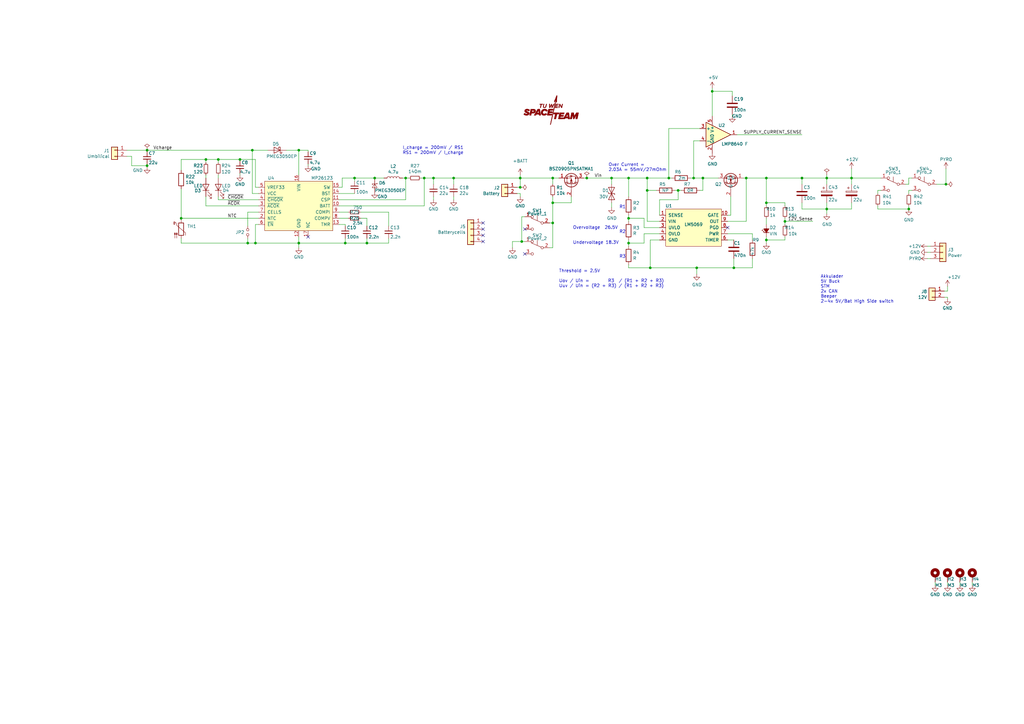
<source format=kicad_sch>
(kicad_sch (version 20211123) (generator eeschema)
  (paper "A3")
  (junction (at -129.54 145.415))
  (junction (at -284.48 296.545))
  (junction (at -294.64 291.465))
  (junction (at 339.09 73.025))
  (junction (at 74.295 89.535))
  (junction (at -154.94 253.365))
  (junction (at -297.18 291.465))
  (junction (at -279.4 301.625))
  (junction (at -165.735 407.67))
  (junction (at -128.27 111.125))
  (junction (at -304.8 301.625))
  (junction (at -165.1 107.95))
  (junction (at 153.67 73.025))
  (junction (at 84.455 65.405))
  (junction (at -161.29 225.425))
  (junction (at -129.54 151.765))
  (junction (at -189.23 130.81))
  (junction (at -143.51 97.79))
  (junction (at -191.77 130.81))
  (junction (at 213.995 99.06))
  (junction (at -195.58 130.81))
  (junction (at -165.735 401.955))
  (junction (at -147.955 157.48))
  (junction (at -196.215 396.24))
  (junction (at -176.53 235.585))
  (junction (at -196.215 360.045))
  (junction (at -216.535 351.79))
  (junction (at -134.62 407.67))
  (junction (at -212.09 130.81))
  (junction (at 372.745 85.725))
  (junction (at 265.43 73.025))
  (junction (at -165.735 394.335))
  (junction (at -165.1 102.87))
  (junction (at -133.35 358.14))
  (junction (at 141.605 99.695))
  (junction (at -208.915 387.985))
  (junction (at -154.94 115.57))
  (junction (at 122.555 99.695))
  (junction (at -204.47 297.815))
  (junction (at -270.51 231.775))
  (junction (at 213.36 76.835))
  (junction (at -212.09 100.33))
  (junction (at -292.1 301.625))
  (junction (at -292.1 291.465))
  (junction (at -212.725 409.575))
  (junction (at -212.725 373.38))
  (junction (at 314.325 73.025))
  (junction (at -213.36 297.815))
  (junction (at 257.81 89.535))
  (junction (at 278.13 78.105))
  (junction (at -176.53 225.425))
  (junction (at 285.75 109.855))
  (junction (at 186.055 73.025))
  (junction (at -204.47 290.195))
  (junction (at -318.77 274.955))
  (junction (at -292.1 231.775))
  (junction (at -144.145 157.48))
  (junction (at -201.295 151.13))
  (junction (at -136.525 125.73))
  (junction (at 60.325 67.945))
  (junction (at -176.53 233.045))
  (junction (at -215.9 156.845))
  (junction (at -223.52 230.505))
  (junction (at -212.725 410.21))
  (junction (at 328.93 73.025))
  (junction (at -165.1 105.41))
  (junction (at -173.99 197.485))
  (junction (at -138.43 297.815))
  (junction (at -136.525 97.79))
  (junction (at -269.24 301.625))
  (junction (at 314.325 83.185))
  (junction (at -133.35 365.76))
  (junction (at -203.2 258.445))
  (junction (at 339.09 85.725))
  (junction (at -297.18 301.625))
  (junction (at -147.955 223.52))
  (junction (at -269.24 296.545))
  (junction (at 265.43 78.105))
  (junction (at -207.01 258.445))
  (junction (at 288.29 73.025))
  (junction (at -223.52 225.425))
  (junction (at -289.56 296.545))
  (junction (at -133.35 394.335))
  (junction (at -139.7 238.76))
  (junction (at -284.48 301.625))
  (junction (at -330.2 282.575))
  (junction (at 122.555 61.595))
  (junction (at -161.29 253.365))
  (junction (at -164.465 151.13))
  (junction (at -133.35 401.955))
  (junction (at -190.5 206.375))
  (junction (at -322.58 324.485))
  (junction (at -212.09 97.79))
  (junction (at 284.48 73.025))
  (junction (at -216.535 387.985))
  (junction (at 104.775 99.695))
  (junction (at -165.1 97.79))
  (junction (at -180.34 197.485))
  (junction (at 349.25 73.025))
  (junction (at -166.37 243.205))
  (junction (at 387.985 75.565))
  (junction (at -279.4 296.545))
  (junction (at -147.955 253.365))
  (junction (at -164.465 144.78))
  (junction (at -274.32 301.625))
  (junction (at 321.945 90.805))
  (junction (at -274.32 296.545))
  (junction (at 306.07 73.025))
  (junction (at 103.505 61.595))
  (junction (at 101.6 99.695))
  (junction (at -167.005 407.67))
  (junction (at -165.735 365.76))
  (junction (at 292.1 37.465))
  (junction (at 173.99 73.025))
  (junction (at 257.81 99.695))
  (junction (at -154.94 225.425))
  (junction (at 266.7 109.855))
  (junction (at -165.735 371.475))
  (junction (at 166.37 73.025))
  (junction (at 300.99 109.855))
  (junction (at -201.295 144.78))
  (junction (at 213.36 73.025))
  (junction (at -165.735 358.14))
  (junction (at -134.62 371.475))
  (junction (at -219.71 156.845))
  (junction (at 274.32 73.025))
  (junction (at -279.4 283.845))
  (junction (at 60.325 61.595))
  (junction (at -176.53 230.505))
  (junction (at -294.64 301.625))
  (junction (at -289.56 301.625))
  (junction (at -133.35 407.67))
  (junction (at 240.665 73.025))
  (junction (at 145.415 73.025))
  (junction (at -147.955 225.425))
  (junction (at -143.51 125.73))
  (junction (at 98.425 65.405))
  (junction (at -318.77 290.195))
  (junction (at -223.52 258.445))
  (junction (at -212.09 102.87))
  (junction (at 250.825 73.025))
  (junction (at -299.72 301.625))
  (junction (at -196.215 365.125))
  (junction (at -196.215 401.32))
  (junction (at -182.88 156.845))
  (junction (at 226.695 91.44))
  (junction (at -204.47 328.295))
  (junction (at -201.93 297.815))
  (junction (at -154.94 97.79))
  (junction (at -136.525 95.885))
  (junction (at -203.2 197.485))
  (junction (at -133.35 371.475))
  (junction (at -270.51 236.855))
  (junction (at 314.325 98.425))
  (junction (at -149.86 97.79))
  (junction (at -180.34 206.375))
  (junction (at 226.695 73.025))
  (junction (at -179.07 156.845))
  (junction (at 150.495 99.695))
  (junction (at -166.37 225.425))
  (junction (at 257.81 73.025))
  (junction (at 89.535 65.405))
  (junction (at -212.725 374.015))
  (junction (at -200.66 258.445))
  (junction (at -140.97 297.815))
  (junction (at 226.695 83.185))
  (junction (at 177.8 73.025))
  (junction (at -223.52 227.965))
  (junction (at -208.915 351.79))
  (junction (at -279.4 260.985))
  (junction (at -149.86 125.73))
  (junction (at -167.005 371.475))
  (no_connect (at -205.74 109.22))
  (no_connect (at -308.61 387.985))
  (no_connect (at -312.42 257.175))
  (no_connect (at -217.17 236.855))
  (no_connect (at 198.12 93.98))
  (no_connect (at 198.12 96.52))
  (no_connect (at -265.43 334.645))
  (no_connect (at -308.61 316.865))
  (no_connect (at -186.69 248.285))
  (no_connect (at 126.365 97.155))
  (no_connect (at 298.45 93.345))
  (no_connect (at -308.61 372.745))
  (no_connect (at -308.61 327.025))
  (no_connect (at -326.39 238.125))
  (no_connect (at -265.43 332.105))
  (no_connect (at 198.12 91.44))
  (no_connect (at 215.265 93.98))
  (no_connect (at 198.12 99.06))
  (no_connect (at -308.61 390.525))
  (no_connect (at -265.43 337.185))
  (no_connect (at -265.43 327.025))
  (no_connect (at -175.26 120.65))
  (no_connect (at -265.43 393.065))
  (no_connect (at -308.61 334.645))
  (no_connect (at -308.61 329.565))
  (no_connect (at -308.61 367.665))
  (no_connect (at -265.43 377.825))
  (no_connect (at -265.43 375.285))
  (no_connect (at -265.43 385.445))
  (no_connect (at -265.43 390.525))
  (no_connect (at -265.43 387.985))
  (no_connect (at -265.43 382.905))
  (no_connect (at -308.61 311.785))
  (no_connect (at -265.43 339.725))
  (no_connect (at 215.265 104.14))
  (no_connect (at -308.61 370.205))
  (no_connect (at -308.61 321.945))
  (no_connect (at -265.43 329.565))
  (no_connect (at -308.61 314.325))
  (no_connect (at -308.61 385.445))
  (wire (pts (xy -190.5 208.915) (xy -190.5 206.375)))
  (polyline (pts (xy -236.22 186.055) (xy -115.57 186.055)))
  (wire (pts (xy -201.93 300.355) (xy -201.93 297.815)))
  (wire (pts (xy -173.99 197.485) (xy -173.99 196.215)))
  (wire (pts (xy -165.1 102.87) (xy -165.1 97.79)))
  (wire (pts (xy 269.24 78.105) (xy 265.43 78.105)))
  (wire (pts (xy -129.54 365.76) (xy -133.35 365.76)))
  (wire (pts (xy 314.325 98.425) (xy 314.325 99.695)))
  (wire (pts (xy -129.54 149.86) (xy -128.905 149.86)))
  (wire (pts (xy -203.2 259.715) (xy -203.2 258.445)))
  (wire (pts (xy -167.005 145.415) (xy -167.005 144.78)))
  (wire (pts (xy 101.6 97.79) (xy 101.6 99.695)))
  (wire (pts (xy -270.51 235.585) (xy -270.51 236.855)))
  (wire (pts (xy 122.555 99.695) (xy 122.555 97.155)))
  (wire (pts (xy 212.09 79.375) (xy 213.36 79.375)))
  (wire (pts (xy 139.065 81.915) (xy 166.37 81.915)))
  (wire (pts (xy -234.315 397.51) (xy -225.425 397.51)))
  (wire (pts (xy -185.42 225.425) (xy -186.69 225.425)))
  (wire (pts (xy -147.955 253.365) (xy -139.7 253.365)))
  (wire (pts (xy -175.26 102.87) (xy -165.1 102.87)))
  (wire (pts (xy -284.48 296.545) (xy -279.4 296.545)))
  (wire (pts (xy -165.1 110.49) (xy -165.1 107.95)))
  (wire (pts (xy 159.385 86.995) (xy 159.385 92.71)))
  (wire (pts (xy 314.325 89.535) (xy 314.325 92.075)))
  (wire (pts (xy 380.365 103.505) (xy 381.635 103.505)))
  (wire (pts (xy -128.27 111.125) (xy -128.27 109.22)))
  (wire (pts (xy 372.745 78.105) (xy 372.745 79.375)))
  (wire (pts (xy 213.36 71.755) (xy 213.36 73.025)))
  (wire (pts (xy -201.93 290.195) (xy -201.93 297.815)))
  (wire (pts (xy -247.65 277.495) (xy -262.89 277.495)))
  (wire (pts (xy -317.5 375.285) (xy -308.61 375.285)))
  (wire (pts (xy 292.1 37.465) (xy 292.1 36.195)))
  (wire (pts (xy -223.52 258.445) (xy -207.01 258.445)))
  (wire (pts (xy -203.2 206.375) (xy -190.5 206.375)))
  (wire (pts (xy 101.6 92.71) (xy 101.6 86.995)))
  (wire (pts (xy 139.065 84.455) (xy 173.99 84.455)))
  (wire (pts (xy -265.43 342.265) (xy -259.08 342.265)))
  (wire (pts (xy -325.12 342.265) (xy -308.61 342.265)))
  (wire (pts (xy -163.83 97.79) (xy -165.1 97.79)))
  (wire (pts (xy 321.945 97.155) (xy 321.945 98.425)))
  (wire (pts (xy 215.265 99.06) (xy 213.995 99.06)))
  (wire (pts (xy -321.31 230.505) (xy -326.39 230.505)))
  (wire (pts (xy -182.88 156.845) (xy -179.07 156.845)))
  (wire (pts (xy -179.07 163.195) (xy -179.07 162.56)))
  (wire (pts (xy -165.735 365.76) (xy -165.735 371.475)))
  (wire (pts (xy 226.695 80.645) (xy 226.695 83.185)))
  (wire (pts (xy -325.12 339.725) (xy -308.61 339.725)))
  (wire (pts (xy -154.94 116.84) (xy -154.94 115.57)))
  (wire (pts (xy 250.825 83.185) (xy 250.825 85.09)))
  (wire (pts (xy 314.325 73.025) (xy 328.93 73.025)))
  (wire (pts (xy 321.945 83.185) (xy 314.325 83.185)))
  (wire (pts (xy 300.99 98.425) (xy 298.45 98.425)))
  (wire (pts (xy 374.015 78.105) (xy 372.745 78.105)))
  (wire (pts (xy -219.71 156.845) (xy -215.9 156.845)))
  (wire (pts (xy -219.71 157.48) (xy -219.71 156.845)))
  (wire (pts (xy 321.945 84.455) (xy 321.945 83.185)))
  (wire (pts (xy -161.925 365.76) (xy -165.735 365.76)))
  (wire (pts (xy -292.1 235.585) (xy -293.37 235.585)))
  (wire (pts (xy -223.52 243.84) (xy -223.52 258.445)))
  (wire (pts (xy -174.625 407.67) (xy -174.625 407.035)))
  (wire (pts (xy 139.065 89.535) (xy 142.875 89.535)))
  (wire (pts (xy 145.415 73.025) (xy 140.335 73.025)))
  (wire (pts (xy 98.425 65.405) (xy 104.775 65.405)))
  (wire (pts (xy -201.295 149.225) (xy -200.66 149.225)))
  (wire (pts (xy -143.51 297.815) (xy -140.97 297.815)))
  (wire (pts (xy -133.35 365.76) (xy -137.16 365.76)))
  (wire (pts (xy -226.695 156.845) (xy -219.71 156.845)))
  (wire (pts (xy -204.47 328.295) (xy -190.5 328.295)))
  (wire (pts (xy -312.42 262.255) (xy -302.26 262.255)))
  (wire (pts (xy -147.955 245.745) (xy -147.955 253.365)))
  (wire (pts (xy -156.845 407.035) (xy -156.845 407.67)))
  (wire (pts (xy -147.955 236.855) (xy -147.955 240.665)))
  (wire (pts (xy -139.7 253.365) (xy -139.7 245.745)))
  (wire (pts (xy -169.545 396.875) (xy -161.925 396.875)))
  (wire (pts (xy -154.94 225.425) (xy -147.955 225.425)))
  (wire (pts (xy -136.525 109.22) (xy -136.525 113.03)))
  (wire (pts (xy 74.295 65.405) (xy 84.455 65.405)))
  (wire (pts (xy 186.055 75.565) (xy 186.055 73.025)))
  (wire (pts (xy 84.455 84.455) (xy 106.045 84.455)))
  (wire (pts (xy 298.45 95.885) (xy 308.61 95.885)))
  (wire (pts (xy -165.1 107.95) (xy -165.1 105.41)))
  (wire (pts (xy -142.24 371.475) (xy -142.24 370.84)))
  (wire (pts (xy 226.695 75.565) (xy 226.695 73.025)))
  (wire (pts (xy -198.12 258.445) (xy -200.66 258.445)))
  (wire (pts (xy -223.52 230.505) (xy -223.52 227.965)))
  (wire (pts (xy -207.01 196.215) (xy -207.01 197.485)))
  (wire (pts (xy -288.925 207.01) (xy -290.195 207.01)))
  (wire (pts (xy -325.12 337.185) (xy -308.61 337.185)))
  (wire (pts (xy -330.2 290.195) (xy -318.77 290.195)))
  (wire (pts (xy 266.7 98.425) (xy 266.7 109.855)))
  (wire (pts (xy -204.47 290.195) (xy -204.47 297.815)))
  (wire (pts (xy -165.735 356.235) (xy -165.735 358.14)))
  (wire (pts (xy -198.755 363.855) (xy -198.755 365.125)))
  (wire (pts (xy -271.78 203.2) (xy -269.875 203.2)))
  (wire (pts (xy -212.09 102.87) (xy -205.74 102.87)))
  (wire (pts (xy 104.775 76.835) (xy 104.775 65.405)))
  (polyline (pts (xy -115.57 338.455) (xy -115.57 276.225)))
  (wire (pts (xy -132.08 151.13) (xy -132.08 151.765)))
  (wire (pts (xy 166.37 73.025) (xy 165.1 73.025)))
  (wire (pts (xy -330.2 282.575) (xy -326.39 282.575)))
  (wire (pts (xy -216.535 349.885) (xy -216.535 351.79)))
  (wire (pts (xy -149.86 119.38) (xy -149.86 125.73)))
  (wire (pts (xy -167.005 151.13) (xy -164.465 151.13)))
  (wire (pts (xy -137.16 360.68) (xy -129.54 360.68)))
  (wire (pts (xy -176.53 230.505) (xy -176.53 225.425)))
  (wire (pts (xy -186.69 130.81) (xy -189.23 130.81)))
  (wire (pts (xy 328.93 73.025) (xy 339.09 73.025)))
  (wire (pts (xy -129.54 147.32) (xy -128.905 147.32)))
  (wire (pts (xy -227.33 318.135) (xy -217.17 318.135)))
  (wire (pts (xy -189.23 128.27) (xy -189.23 130.81)))
  (wire (pts (xy 257.81 100.965) (xy 257.81 99.695)))
  (wire (pts (xy 122.555 99.695) (xy 122.555 101.6)))
  (wire (pts (xy 339.09 87.63) (xy 339.09 85.725)))
  (wire (pts (xy 387.985 75.565) (xy 384.175 75.565)))
  (wire (pts (xy 288.29 78.105) (xy 287.02 78.105)))
  (wire (pts (xy -265.43 344.805) (xy -259.08 344.805)))
  (wire (pts (xy -212.09 100.33) (xy -205.74 100.33)))
  (wire (pts (xy -234.315 361.315) (xy -225.425 361.315)))
  (wire (pts (xy -212.09 97.79) (xy -205.74 97.79)))
  (wire (pts (xy -317.5 319.405) (xy -308.61 319.405)))
  (wire (pts (xy 101.6 99.695) (xy 104.775 99.695)))
  (wire (pts (xy -322.58 324.485) (xy -308.61 324.485)))
  (wire (pts (xy -265.43 316.865) (xy -250.19 316.865)))
  (wire (pts (xy -227.965 225.425) (xy -223.52 225.425)))
  (wire (pts (xy -207.01 387.985) (xy -208.915 387.985)))
  (wire (pts (xy -179.07 157.48) (xy -179.07 156.845)))
  (wire (pts (xy -274.32 301.625) (xy -269.24 301.625)))
  (wire (pts (xy -317.5 393.065) (xy -308.61 393.065)))
  (wire (pts (xy 226.695 101.6) (xy 225.425 101.6)))
  (wire (pts (xy -124.46 370.84) (xy -124.46 371.475)))
  (wire (pts (xy -216.535 386.08) (xy -216.535 387.985)))
  (wire (pts (xy -166.37 225.425) (xy -161.29 225.425)))
  (wire (pts (xy -289.56 291.465) (xy -289.56 296.545)))
  (wire (pts (xy -149.86 97.79) (xy -143.51 97.79)))
  (wire (pts (xy 139.065 79.375) (xy 145.415 79.375)))
  (wire (pts (xy -200.66 387.985) (xy -201.93 387.985)))
  (wire (pts (xy -191.77 315.595) (xy -190.5 315.595)))
  (wire (pts (xy -274.32 296.545) (xy -269.24 296.545)))
  (wire (pts (xy -172.72 313.055) (xy -156.21 313.055)))
  (wire (pts (xy -317.5 382.905) (xy -308.61 382.905)))
  (wire (pts (xy -136.525 97.79) (xy -136.525 104.14)))
  (wire (pts (xy -203.835 150.495) (xy -203.835 151.13)))
  (wire (pts (xy 177.8 81.915) (xy 177.8 80.645)))
  (wire (pts (xy 339.09 73.025) (xy 339.09 71.755)))
  (wire (pts (xy -165.735 371.475) (xy -156.845 371.475)))
  (wire (pts (xy -167.005 372.11) (xy -167.005 371.475)))
  (wire (pts (xy -212.725 410.21) (xy -212.725 411.48)))
  (wire (pts (xy -175.26 225.425) (xy -176.53 225.425)))
  (wire (pts (xy -274.32 231.775) (xy -270.51 231.775)))
  (wire (pts (xy -182.88 162.56) (xy -182.88 163.195)))
  (wire (pts (xy 284.48 73.025) (xy 288.29 73.025)))
  (wire (pts (xy -165.735 371.475) (xy -167.005 371.475)))
  (wire (pts (xy 257.81 109.855) (xy 257.81 108.585)))
  (wire (pts (xy -318.77 243.205) (xy -326.39 243.205)))
  (wire (pts (xy 98.425 65.405) (xy 98.425 66.04)))
  (wire (pts (xy -230.505 230.505) (xy -223.52 230.505)))
  (polyline (pts (xy -115.57 343.535) (xy -115.57 419.735)))
  (wire (pts (xy 226.695 83.185) (xy 226.695 91.44)))
  (wire (pts (xy -258.445 360.045) (xy -265.43 360.045)))
  (wire (pts (xy 84.455 73.025) (xy 84.455 71.755)))
  (wire (pts (xy -133.35 401.955) (xy -133.35 407.67)))
  (wire (pts (xy -290.83 201.93) (xy -288.925 201.93)))
  (wire (pts (xy -147.955 225.425) (xy -147.955 231.775)))
  (wire (pts (xy -270.51 250.825) (xy -270.51 248.285)))
  (wire (pts (xy -133.35 407.67) (xy -124.46 407.67)))
  (wire (pts (xy -284.48 301.625) (xy -279.4 301.625)))
  (wire (pts (xy -191.77 130.81) (xy -195.58 130.81)))
  (wire (pts (xy -219.075 130.81) (xy -212.09 130.81)))
  (wire (pts (xy 250.825 73.025) (xy 257.81 73.025)))
  (wire (pts (xy -318.77 273.685) (xy -318.77 274.955)))
  (wire (pts (xy -139.7 240.665) (xy -139.7 238.76)))
  (wire (pts (xy -169.545 360.68) (xy -161.925 360.68)))
  (wire (pts (xy 339.09 75.565) (xy 339.09 73.025)))
  (wire (pts (xy -201.295 151.13) (xy -201.295 151.765)))
  (wire (pts (xy -254.635 370.205) (xy -265.43 370.205)))
  (polyline (pts (xy -115.57 85.725) (xy -236.22 85.725)))
  (wire (pts (xy -215.9 156.845) (xy -214.63 156.845)))
  (wire (pts (xy -198.755 401.32) (xy -196.215 401.32)))
  (wire (pts (xy -180.34 197.485) (xy -180.34 198.755)))
  (wire (pts (xy -167.005 408.305) (xy -167.005 407.67)))
  (wire (pts (xy -204.47 287.655) (xy -204.47 290.195)))
  (wire (pts (xy -212.725 372.745) (xy -212.725 373.38)))
  (wire (pts (xy -219.075 102.87) (xy -219.075 108.585)))
  (wire (pts (xy -154.94 253.365) (xy -147.955 253.365)))
  (wire (pts (xy -180.34 203.835) (xy -180.34 206.375)))
  (wire (pts (xy -299.72 227.965) (xy -298.45 227.965)))
  (wire (pts (xy 74.295 89.535) (xy 106.045 89.535)))
  (wire (pts (xy -154.94 113.03) (xy -154.94 115.57)))
  (polyline (pts (xy -236.22 85.725) (xy -236.22 181.61)))
  (wire (pts (xy -173.99 97.79) (xy -175.26 97.79)))
  (polyline (pts (xy -115.57 181.61) (xy -115.57 85.725)))
  (wire (pts (xy -218.44 351.79) (xy -216.535 351.79)))
  (wire (pts (xy -297.18 291.465) (xy -294.64 291.465)))
  (wire (pts (xy 264.16 93.345) (xy 264.16 89.535)))
  (wire (pts (xy 349.25 73.025) (xy 361.315 73.025)))
  (wire (pts (xy -151.13 297.815) (xy -148.59 297.815)))
  (wire (pts (xy -318.77 274.955) (xy -330.2 274.955)))
  (wire (pts (xy -156.845 370.84) (xy -156.845 371.475)))
  (wire (pts (xy 126.365 67.31) (xy 126.365 67.945)))
  (wire (pts (xy -143.51 97.79) (xy -143.51 111.76)))
  (wire (pts (xy -198.755 400.05) (xy -198.755 401.32)))
  (wire (pts (xy -133.35 392.43) (xy -133.35 394.335)))
  (wire (pts (xy 142.875 86.995) (xy 139.065 86.995)))
  (wire (pts (xy 53.975 64.135) (xy 52.07 64.135)))
  (wire (pts (xy 177.8 73.025) (xy 186.055 73.025)))
  (wire (pts (xy -147.955 225.425) (xy -139.7 225.425)))
  (wire (pts (xy 274.32 73.025) (xy 265.43 73.025)))
  (wire (pts (xy -279.4 259.715) (xy -279.4 260.985)))
  (wire (pts (xy -172.72 310.515) (xy -156.21 310.515)))
  (wire (pts (xy -189.23 130.81) (xy -191.77 130.81)))
  (wire (pts (xy 145.415 73.025) (xy 145.415 74.295)))
  (wire (pts (xy -164.465 144.145) (xy -164.465 144.78)))
  (wire (pts (xy -223.52 225.425) (xy -217.17 225.425)))
  (wire (pts (xy -133.35 358.14) (xy -137.16 358.14)))
  (wire (pts (xy -203.2 197.485) (xy -198.12 197.485)))
  (wire (pts (xy -232.41 315.595) (xy -217.17 315.595)))
  (wire (pts (xy -292.1 301.625) (xy -289.56 301.625)))
  (wire (pts (xy -317.5 357.505) (xy -308.61 357.505)))
  (wire (pts (xy 388.62 122.555) (xy 388.62 121.92)))
  (wire (pts (xy -129.54 144.78) (xy -129.54 145.415)))
  (wire (pts (xy -136.525 127.635) (xy -136.525 125.73)))
  (polyline (pts (xy -115.57 276.225) (xy -236.22 276.225)))
  (wire (pts (xy -173.99 197.485) (xy -173.99 198.755)))
  (wire (pts (xy 159.385 99.695) (xy 150.495 99.695)))
  (wire (pts (xy 210.185 101.6) (xy 210.185 99.06)))
  (wire (pts (xy -161.925 399.415) (xy -169.545 399.415)))
  (wire (pts (xy -204.47 300.355) (xy -204.47 297.815)))
  (wire (pts (xy -189.23 313.055) (xy -191.77 313.055)))
  (wire (pts (xy 349.25 83.185) (xy 349.25 85.725)))
  (wire (pts (xy -186.69 128.27) (xy -186.69 130.81)))
  (wire (pts (xy 265.43 73.025) (xy 265.43 78.105)))
  (wire (pts (xy 306.07 73.025) (xy 304.8 73.025)))
  (wire (pts (xy -133.35 371.475) (xy -124.46 371.475)))
  (wire (pts (xy -303.53 269.875) (xy -288.29 269.875)))
  (wire (pts (xy -215.9 163.195) (xy -215.9 162.56)))
  (wire (pts (xy 275.59 73.025) (xy 274.32 73.025)))
  (wire (pts (xy -207.01 258.445) (xy -207.01 255.905)))
  (wire (pts (xy -189.865 156.845) (xy -182.88 156.845)))
  (wire (pts (xy -271.78 205.74) (xy -271.78 207.01)))
  (wire (pts (xy -167.005 144.78) (xy -164.465 144.78)))
  (wire (pts (xy -270.51 229.235) (xy -270.51 231.775)))
  (wire (pts (xy -128.27 113.03) (xy -128.27 111.125)))
  (wire (pts (xy -247.65 267.335) (xy -262.89 267.335)))
  (wire (pts (xy -203.2 258.445) (xy -207.01 258.445)))
  (wire (pts (xy -210.185 409.575) (xy -212.725 409.575)))
  (wire (pts (xy -136.525 95.885) (xy -136.525 95.25)))
  (wire (pts (xy -186.69 230.505) (xy -176.53 230.505)))
  (wire (pts (xy 387.35 119.38) (xy 388.62 119.38)))
  (wire (pts (xy 300.99 106.045) (xy 300.99 109.855)))
  (wire (pts (xy -317.5 377.825) (xy -308.61 377.825)))
  (wire (pts (xy 302.26 55.245) (xy 328.93 55.245)))
  (wire (pts (xy -330.2 274.955) (xy -330.2 282.575)))
  (wire (pts (xy -289.56 301.625) (xy -284.48 301.625)))
  (wire (pts (xy -190.5 206.375) (xy -190.5 205.105)))
  (wire (pts (xy -299.72 291.465) (xy -297.18 291.465)))
  (polyline (pts (xy -241.3 217.805) (xy -337.82 217.805)))
  (wire (pts (xy -203.2 203.835) (xy -203.2 206.375)))
  (wire (pts (xy -204.47 297.815) (xy -207.01 297.815)))
  (wire (pts (xy 240.665 73.025) (xy 250.825 73.025)))
  (wire (pts (xy -186.69 243.205) (xy -166.37 243.205)))
  (wire (pts (xy -212.09 102.87) (xy -212.09 108.585)))
  (wire (pts (xy -165.735 392.43) (xy -165.735 394.335)))
  (wire (pts (xy -129.54 145.415) (xy -129.54 147.32)))
  (wire (pts (xy -165.1 105.41) (xy -175.26 105.41)))
  (wire (pts (xy 314.325 73.025) (xy 314.325 83.185)))
  (wire (pts (xy -154.94 97.79) (xy -149.86 97.79)))
  (wire (pts (xy 139.065 92.075) (xy 141.605 92.075)))
  (wire (pts (xy 140.335 76.835) (xy 139.065 76.835)))
  (wire (pts (xy -167.005 150.495) (xy -167.005 151.13)))
  (wire (pts (xy 278.13 78.105) (xy 276.86 78.105)))
  (wire (pts (xy 292.1 37.465) (xy 292.1 47.625)))
  (wire (pts (xy -255.905 380.365) (xy -265.43 380.365)))
  (wire (pts (xy -212.09 100.33) (xy -212.09 97.79)))
  (wire (pts (xy -292.1 231.775) (xy -292.1 227.965)))
  (wire (pts (xy -223.52 230.505) (xy -217.17 230.505)))
  (wire (pts (xy -175.26 107.95) (xy -165.1 107.95)))
  (wire (pts (xy 257.81 80.645) (xy 257.81 73.025)))
  (wire (pts (xy -147.955 169.545) (xy -147.955 168.91)))
  (wire (pts (xy 53.975 67.945) (xy 53.975 64.135)))
  (wire (pts (xy -183.515 360.045) (xy -196.215 360.045)))
  (wire (pts (xy -269.875 205.74) (xy -271.78 205.74)))
  (wire (pts (xy 250.825 75.565) (xy 250.825 73.025)))
  (wire (pts (xy -133.35 365.76) (xy -133.35 371.475)))
  (wire (pts (xy 257.81 89.535) (xy 257.81 90.805)))
  (wire (pts (xy -265.43 319.405) (xy -250.19 319.405)))
  (wire (pts (xy -265.43 372.745) (xy -254.635 372.745)))
  (wire (pts (xy -201.295 161.925) (xy -201.295 168.91)))
  (polyline (pts (xy -115.57 271.145) (xy -115.57 186.055)))
  (wire (pts (xy 383.54 240.03) (xy 383.54 238.76)))
  (wire (pts (xy -180.34 206.375) (xy -173.99 206.375)))
  (wire (pts (xy -325.12 344.805) (xy -308.61 344.805)))
  (wire (pts (xy -203.835 151.13) (xy -201.295 151.13)))
  (wire (pts (xy -166.37 197.485) (xy -166.37 198.755)))
  (wire (pts (xy 213.995 99.06) (xy 213.995 88.9)))
  (wire (pts (xy 166.37 81.915) (xy 166.37 73.025)))
  (wire (pts (xy 226.695 91.44) (xy 226.695 101.6)))
  (wire (pts (xy -334.01 262.255) (xy -325.12 262.255)))
  (wire (pts (xy -183.515 396.24) (xy -196.215 396.24)))
  (polyline (pts (xy -236.22 181.61) (xy -115.57 181.61)))
  (wire (pts (xy -204.47 328.295) (xy -204.47 325.755)))
  (wire (pts (xy -154.94 125.73) (xy -149.86 125.73)))
  (wire (pts (xy -147.955 223.52) (xy -147.955 222.885)))
  (wire (pts (xy -320.04 227.965) (xy -326.39 227.965)))
  (wire (pts (xy -320.04 332.105) (xy -308.61 332.105)))
  (wire (pts (xy -182.88 157.48) (xy -182.88 156.845)))
  (wire (pts (xy -270.51 231.775) (xy -270.51 233.045)))
  (wire (pts (xy -164.465 149.225) (xy -163.83 149.225)))
  (wire (pts (xy -164.465 144.78) (xy -164.465 146.685)))
  (wire (pts (xy 321.945 90.805) (xy 321.945 89.535)))
  (wire (pts (xy -219.71 168.91) (xy -219.71 168.275)))
  (wire (pts (xy -128.27 111.125) (xy -117.475 111.125)))
  (wire (pts (xy 89.535 80.645) (xy 89.535 81.915)))
  (wire (pts (xy 287.02 52.705) (xy 274.32 52.705)))
  (wire (pts (xy 60.325 67.31) (xy 60.325 67.945)))
  (wire (pts (xy -230.505 230.505) (xy -230.505 236.22)))
  (wire (pts (xy 279.4 78.105) (xy 278.13 78.105)))
  (wire (pts (xy 147.955 86.995) (xy 159.385 86.995)))
  (wire (pts (xy -309.88 235.585) (xy -304.8 235.585)))
  (wire (pts (xy -257.175 357.505) (xy -265.43 357.505)))
  (wire (pts (xy -283.21 283.845) (xy -279.4 283.845)))
  (wire (pts (xy -330.2 287.655) (xy -330.2 290.195)))
  (wire (pts (xy -140.97 325.755) (xy -140.97 323.215)))
  (wire (pts (xy -287.02 260.985) (xy -285.75 260.985)))
  (wire (pts (xy -322.58 323.215) (xy -322.58 324.485)))
  (wire (pts (xy -210.185 373.38) (xy -212.725 373.38)))
  (wire (pts (xy -308.61 349.885) (xy -317.5 349.885)))
  (polyline (pts (xy -236.22 419.735) (xy -236.22 343.535)))
  (wire (pts (xy -212.725 409.575) (xy -212.725 410.21)))
  (wire (pts (xy 106.045 79.375) (xy 103.505 79.375)))
  (wire (pts (xy -247.65 269.875) (xy -262.89 269.875)))
  (wire (pts (xy -136.525 97.79) (xy -128.27 97.79)))
  (wire (pts (xy 89.535 65.405) (xy 98.425 65.405)))
  (wire (pts (xy -200.025 400.05) (xy -198.755 400.05)))
  (wire (pts (xy -164.465 161.925) (xy -164.465 168.91)))
  (wire (pts (xy 159.385 97.79) (xy 159.385 99.695)))
  (wire (pts (xy 371.475 75.565) (xy 372.745 75.565)))
  (wire (pts (xy 257.81 99.695) (xy 264.16 99.695)))
  (wire (pts (xy 270.51 81.915) (xy 278.13 81.915)))
  (wire (pts (xy 150.495 92.71) (xy 150.495 89.535)))
  (wire (pts (xy -297.18 301.625) (xy -294.64 301.625)))
  (wire (pts (xy 308.61 106.045) (xy 308.61 109.855)))
  (wire (pts (xy -230.505 258.445) (xy -223.52 258.445)))
  (wire (pts (xy 266.7 109.855) (xy 257.81 109.855)))
  (wire (pts (xy -317.5 380.365) (xy -308.61 380.365)))
  (polyline (pts (xy -241.3 419.735) (xy -241.3 217.805)))
  (wire (pts (xy -292.1 235.585) (xy -292.1 231.775)))
  (wire (pts (xy -156.21 97.79) (xy -154.94 97.79)))
  (wire (pts (xy -191.77 132.08) (xy -191.77 130.81)))
  (wire (pts (xy -213.36 290.195) (xy -213.36 297.815)))
  (wire (pts (xy -167.005 371.475) (xy -174.625 371.475)))
  (wire (pts (xy 360.045 85.725) (xy 360.045 84.455)))
  (wire (pts (xy -210.185 372.745) (xy -210.185 373.38)))
  (wire (pts (xy -234.315 394.97) (xy -225.425 394.97)))
  (wire (pts (xy -161.29 239.395) (xy -161.29 225.425)))
  (polyline (pts (xy -337.82 217.805) (xy -337.82 419.735)))
  (wire (pts (xy -128.27 297.815) (xy -130.81 297.815)))
  (wire (pts (xy 167.64 73.025) (xy 166.37 73.025)))
  (wire (pts (xy 101.6 86.995) (xy 106.045 86.995)))
  (wire (pts (xy -165.735 401.955) (xy -169.545 401.955)))
  (wire (pts (xy 287.02 57.785) (xy 284.48 57.785)))
  (wire (pts (xy 60.325 61.595) (xy 60.325 62.23)))
  (wire (pts (xy -270.51 236.855) (xy -274.32 236.855)))
  (wire (pts (xy -212.725 408.94) (xy -212.725 409.575)))
  (wire (pts (xy -129.54 363.22) (xy -137.16 363.22)))
  (wire (pts (xy -265.43 362.585) (xy -258.445 362.585)))
  (wire (pts (xy -212.09 96.52) (xy -212.09 97.79)))
  (wire (pts (xy -314.96 360.045) (xy -308.61 360.045)))
  (wire (pts (xy -186.69 238.125) (xy -176.53 238.125)))
  (wire (pts (xy 213.36 73.025) (xy 213.36 76.835)))
  (wire (pts (xy 150.495 99.695) (xy 150.495 97.79)))
  (wire (pts (xy -165.735 394.335) (xy -169.545 394.335)))
  (wire (pts (xy -265.43 354.965) (xy -250.19 354.965)))
  (wire (pts (xy -164.465 149.225) (xy -164.465 151.13)))
  (wire (pts (xy 60.325 61.595) (xy 103.505 61.595)))
  (wire (pts (xy -161.29 247.015) (xy -161.29 253.365)))
  (wire (pts (xy -129.54 399.415) (xy -137.16 399.415)))
  (wire (pts (xy -191.77 310.515) (xy -182.88 310.515)))
  (wire (pts (xy -200.025 363.855) (xy -198.755 363.855)))
  (wire (pts (xy -200.66 351.79) (xy -201.93 351.79)))
  (wire (pts (xy -136.525 125.73) (xy -128.27 125.73)))
  (wire (pts (xy -196.215 401.32) (xy -183.515 401.32)))
  (wire (pts (xy -212.725 373.38) (xy -212.725 374.015)))
  (wire (pts (xy -132.08 145.415) (xy -129.54 145.415)))
  (wire (pts (xy 349.25 69.215) (xy 349.25 73.025)))
  (wire (pts (xy -172.72 305.435) (xy -156.21 305.435)))
  (wire (pts (xy -180.34 197.485) (xy -173.99 197.485)))
  (wire (pts (xy -176.53 238.125) (xy -176.53 235.585)))
  (wire (pts (xy 360.045 85.725) (xy 372.745 85.725)))
  (wire (pts (xy -204.47 290.195) (xy -201.93 290.195)))
  (wire (pts (xy 284.48 57.785) (xy 284.48 73.025)))
  (wire (pts (xy 150.495 89.535) (xy 147.955 89.535)))
  (wire (pts (xy -140.97 297.815) (xy -138.43 297.815)))
  (wire (pts (xy -165.735 358.14) (xy -169.545 358.14)))
  (wire (pts (xy 153.67 73.025) (xy 157.48 73.025)))
  (wire (pts (xy 328.93 75.565) (xy 328.93 73.025)))
  (wire (pts (xy -201.295 144.145) (xy -201.295 144.78)))
  (wire (pts (xy -147.955 225.425) (xy -147.955 223.52)))
  (wire (pts (xy -133.35 356.235) (xy -133.35 358.14)))
  (wire (pts (xy 299.72 88.265) (xy 299.72 80.645)))
  (wire (pts (xy 106.045 76.835) (xy 104.775 76.835)))
  (wire (pts (xy -225.425 403.86) (xy -226.06 403.86)))
  (wire (pts (xy -200.66 258.445) (xy -203.2 258.445)))
  (wire (pts (xy 270.51 81.915) (xy 270.51 88.265)))
  (wire (pts (xy -136.525 97.79) (xy -136.525 95.885)))
  (wire (pts (xy -208.915 351.79) (xy -208.915 352.425)))
  (wire (pts (xy -280.67 260.985) (xy -279.4 260.985)))
  (wire (pts (xy 264.16 89.535) (xy 257.81 89.535)))
  (wire (pts (xy -201.295 144.78) (xy -201.295 146.685)))
  (wire (pts (xy -258.445 365.125) (xy -265.43 365.125)))
  (wire (pts (xy -186.69 235.585) (xy -176.53 235.585)))
  (wire (pts (xy -213.36 297.815) (xy -212.09 297.815)))
  (wire (pts (xy 84.455 65.405) (xy 84.455 66.675)))
  (wire (pts (xy -270.51 236.855) (xy -270.51 238.125)))
  (wire (pts (xy -134.62 371.475) (xy -142.24 371.475)))
  (wire (pts (xy -318.77 290.195) (xy -318.77 291.465)))
  (wire (pts (xy -165.1 105.41) (xy -165.1 102.87)))
  (wire (pts (xy 264.16 95.885) (xy 270.51 95.885)))
  (wire (pts (xy -144.145 158.115) (xy -144.145 157.48)))
  (wire (pts (xy -133.35 358.14) (xy -129.54 358.14)))
  (wire (pts (xy -166.37 253.365) (xy -161.29 253.365)))
  (wire (pts (xy -279.4 296.545) (xy -274.32 296.545)))
  (wire (pts (xy 141.605 99.695) (xy 122.555 99.695)))
  (wire (pts (xy -166.37 205.105) (xy -166.37 203.835)))
  (wire (pts (xy -294.64 291.465) (xy -294.64 296.545)))
  (wire (pts (xy -302.26 282.575) (xy -311.15 282.575)))
  (wire (pts (xy -207.01 351.79) (xy -208.915 351.79)))
  (wire (pts (xy 388.62 117.475) (xy 388.62 119.38)))
  (wire (pts (xy -147.955 157.48) (xy -144.145 157.48)))
  (wire (pts (xy -271.78 201.93) (xy -271.78 203.2)))
  (wire (pts (xy 226.695 83.185) (xy 234.315 83.185)))
  (wire (pts (xy -196.215 365.125) (xy -183.515 365.125)))
  (wire (pts (xy 266.7 109.855) (xy 285.75 109.855)))
  (wire (pts (xy -216.535 387.985) (xy -216.535 388.62)))
  (wire (pts (xy -195.58 130.81) (xy -195.58 128.27)))
  (wire (pts (xy 306.07 90.805) (xy 306.07 73.025)))
  (wire (pts (xy 257.81 89.535) (xy 257.81 88.265)))
  (wire (pts (xy -279.4 260.985) (xy -279.4 262.255)))
  (wire (pts (xy -308.61 347.345) (xy -317.5 347.345)))
  (wire (pts (xy -265.43 349.885) (xy -250.19 349.885)))
  (wire (pts (xy 186.055 73.025) (xy 213.36 73.025)))
  (wire (pts (xy -224.79 351.79) (xy -223.52 351.79)))
  (wire (pts (xy -167.005 407.67) (xy -174.625 407.67)))
  (wire (pts (xy 84.455 80.645) (xy 84.455 84.455)))
  (wire (pts (xy -322.58 316.865) (xy -322.58 318.135)))
  (wire (pts (xy 74.295 77.47) (xy 74.295 89.535)))
  (wire (pts (xy -203.835 145.415) (xy -203.835 144.78)))
  (wire (pts (xy -309.88 227.965) (xy -304.8 227.965)))
  (wire (pts (xy -176.53 235.585) (xy -176.53 233.045)))
  (polyline (pts (xy -236.22 186.055) (xy -236.22 271.145)))
  (wire (pts (xy -167.64 318.135) (xy -156.21 318.135)))
  (wire (pts (xy -198.755 361.315) (xy -198.755 360.045)))
  (wire (pts (xy 387.985 69.215) (xy 387.985 75.565)))
  (wire (pts (xy -294.64 301.625) (xy -292.1 301.625)))
  (wire (pts (xy -292.1 231.775) (xy -290.83 231.775)))
  (wire (pts (xy -140.97 297.815) (xy -140.97 300.355)))
  (wire (pts (xy -212.09 102.87) (xy -212.09 100.33)))
  (wire (pts (xy -226.06 374.015) (xy -212.725 374.015)))
  (wire (pts (xy 74.295 69.85) (xy 74.295 65.405)))
  (wire (pts (xy -210.185 408.94) (xy -210.185 409.575)))
  (wire (pts (xy -303.53 274.955) (xy -288.29 274.955)))
  (wire (pts (xy 89.535 65.405) (xy 89.535 66.675)))
  (wire (pts (xy -292.1 291.465) (xy -289.56 291.465)))
  (wire (pts (xy 380.365 106.045) (xy 381.635 106.045)))
  (wire (pts (xy 74.295 90.17) (xy 74.295 89.535)))
  (wire (pts (xy -247.65 274.955) (xy -262.89 274.955)))
  (wire (pts (xy -137.16 396.875) (xy -129.54 396.875)))
  (wire (pts (xy -129.54 149.86) (xy -129.54 151.765)))
  (wire (pts (xy 126.365 62.23) (xy 126.365 61.595)))
  (wire (pts (xy -265.43 321.945) (xy -250.19 321.945)))
  (wire (pts (xy -165.1 97.79) (xy -166.37 97.79)))
  (wire (pts (xy -176.53 233.045) (xy -186.69 233.045)))
  (wire (pts (xy -265.43 324.485) (xy -250.19 324.485)))
  (wire (pts (xy -304.165 201.93) (xy -295.91 201.93)))
  (wire (pts (xy -172.72 156.845) (xy -172.085 156.845)))
  (wire (pts (xy -212.09 116.205) (xy -212.09 130.81)))
  (wire (pts (xy 150.495 99.695) (xy 141.605 99.695)))
  (wire (pts (xy -212.09 130.81) (xy -195.58 130.81)))
  (wire (pts (xy 141.605 99.695) (xy 141.605 97.79)))
  (wire (pts (xy -138.43 297.815) (xy -138.43 300.355)))
  (wire (pts (xy -161.925 401.955) (xy -165.735 401.955)))
  (wire (pts (xy -179.07 156.845) (xy -177.8 156.845)))
  (wire (pts (xy -213.36 290.195) (xy -212.09 290.195)))
  (wire (pts (xy -134.62 408.305) (xy -134.62 407.67)))
  (wire (pts (xy -218.44 387.985) (xy -216.535 387.985)))
  (wire (pts (xy -154.94 97.79) (xy -154.94 105.41)))
  (wire (pts (xy 264.16 99.695) (xy 264.16 95.885)))
  (wire (pts (xy -304.8 300.355) (xy -304.8 301.625)))
  (wire (pts (xy -161.29 225.425) (xy -154.94 225.425)))
  (wire (pts (xy 398.78 240.03) (xy 398.78 238.76)))
  (wire (pts (xy -334.01 352.425) (xy -308.61 352.425)))
  (wire (pts (xy -198.755 396.24) (xy -196.215 396.24)))
  (wire (pts (xy 328.93 85.725) (xy 339.09 85.725)))
  (wire (pts (xy -203.835 144.78) (xy -201.295 144.78)))
  (wire (pts (xy -166.37 252.095) (xy -166.37 253.365)))
  (wire (pts (xy -201.295 146.685) (xy -200.66 146.685)))
  (wire (pts (xy -262.89 296.545) (xy -262.89 299.085)))
  (wire (pts (xy -144.145 163.83) (xy -144.145 163.195)))
  (wire (pts (xy -200.025 397.51) (xy -198.755 397.51)))
  (wire (pts (xy -139.7 238.76) (xy -139.7 236.855)))
  (wire (pts (xy 274.32 52.705) (xy 274.32 73.025)))
  (polyline (pts (xy -236.22 343.535) (xy -115.57 343.535)))
  (wire (pts (xy -129.54 162.56) (xy -129.54 169.545)))
  (wire (pts (xy -318.77 240.665) (xy -326.39 240.665)))
  (wire (pts (xy -133.35 401.955) (xy -137.16 401.955)))
  (wire (pts (xy 229.235 73.025) (xy 226.695 73.025)))
  (wire (pts (xy -230.505 258.445) (xy -230.505 243.84)))
  (wire (pts (xy -182.88 197.485) (xy -180.34 197.485)))
  (wire (pts (xy -201.295 149.225) (xy -201.295 151.13)))
  (wire (pts (xy 393.7 240.03) (xy 393.7 238.76)))
  (wire (pts (xy -182.88 168.91) (xy -182.88 168.275)))
  (wire (pts (xy -137.795 157.48) (xy -137.16 157.48)))
  (wire (pts (xy 225.425 91.44) (xy 226.695 91.44)))
  (wire (pts (xy 106.045 92.075) (xy 104.775 92.075)))
  (wire (pts (xy 213.36 73.025) (xy 226.695 73.025)))
  (wire (pts (xy -147.955 255.27) (xy -147.955 253.365)))
  (polyline (pts (xy -236.22 271.145) (xy -115.57 271.145)))
  (wire (pts (xy -154.94 124.46) (xy -154.94 125.73)))
  (wire (pts (xy -198.755 360.045) (xy -196.215 360.045)))
  (wire (pts (xy 239.395 73.025) (xy 240.665 73.025)))
  (wire (pts (xy -154.94 253.365) (xy -154.94 247.015)))
  (wire (pts (xy -312.42 259.715) (xy -302.26 259.715)))
  (polyline (pts (xy -337.82 217.805) (xy -337.82 217.805)))
  (wire (pts (xy -154.94 157.48) (xy -147.955 157.48)))
  (wire (pts (xy -225.425 367.665) (xy -226.06 367.665)))
  (wire (pts (xy -200.025 361.315) (xy -198.755 361.315)))
  (wire (pts (xy 122.555 61.595) (xy 122.555 71.755)))
  (wire (pts (xy -224.79 387.985) (xy -223.52 387.985)))
  (wire (pts (xy -124.46 407.035) (xy -124.46 407.67)))
  (wire (pts (xy 372.745 84.455) (xy 372.745 85.725)))
  (wire (pts (xy -136.525 118.11) (xy -136.525 125.73)))
  (wire (pts (xy 314.325 83.185) (xy 314.325 84.455)))
  (wire (pts (xy -327.66 330.835) (xy -327.66 329.565)))
  (wire (pts (xy -269.24 296.545) (xy -262.89 296.545)))
  (wire (pts (xy -312.42 254.635) (xy -311.15 254.635)))
  (wire (pts (xy 257.81 73.025) (xy 265.43 73.025)))
  (wire (pts (xy -144.145 157.48) (xy -142.875 157.48)))
  (wire (pts (xy -175.26 115.57) (xy -154.94 115.57)))
  (wire (pts (xy 300.355 39.37) (xy 300.355 37.465)))
  (wire (pts (xy -292.1 227.965) (xy -293.37 227.965)))
  (wire (pts (xy -203.2 255.905) (xy -203.2 258.445)))
  (wire (pts (xy 270.51 98.425) (xy 266.7 98.425)))
  (polyline (pts (xy -337.82 419.735) (xy -241.3 419.735)))
  (wire (pts (xy 328.93 83.185) (xy 328.93 85.725)))
  (wire (pts (xy -320.04 235.585) (xy -326.39 235.585)))
  (wire (pts (xy -133.35 394.335) (xy -137.16 394.335)))
  (wire (pts (xy 372.745 75.565) (xy 372.745 73.025)))
  (wire (pts (xy -203.2 197.485) (xy -203.2 198.755)))
  (wire (pts (xy -254.635 367.665) (xy -265.43 367.665)))
  (wire (pts (xy -166.37 225.425) (xy -166.37 233.045)))
  (wire (pts (xy -226.06 403.86) (xy -226.06 410.21)))
  (wire (pts (xy -290.195 207.01) (xy -290.195 208.28)))
  (wire (pts (xy 213.36 80.645) (xy 213.36 79.375)))
  (wire (pts (xy -200.66 255.905) (xy -200.66 258.445)))
  (wire (pts (xy 285.75 109.855) (xy 300.99 109.855)))
  (wire (pts (xy -289.56 296.545) (xy -284.48 296.545)))
  (wire (pts (xy 314.325 97.155) (xy 314.325 98.425)))
  (wire (pts (xy -219.075 130.81) (xy -219.075 116.205)))
  (wire (pts (xy 339.09 73.025) (xy 349.25 73.025)))
  (wire (pts (xy -279.4 301.625) (xy -274.32 301.625)))
  (wire (pts (xy 321.945 90.805) (xy 333.375 90.805)))
  (wire (pts (xy 173.99 84.455) (xy 173.99 73.025)))
  (wire (pts (xy 60.325 61.595) (xy 52.07 61.595)))
  (wire (pts (xy -209.55 156.845) (xy -208.915 156.845)))
  (wire (pts (xy -134.62 372.11) (xy -134.62 371.475)))
  (wire (pts (xy 349.25 75.565) (xy 349.25 73.025)))
  (wire (pts (xy -174.625 371.475) (xy -174.625 370.84)))
  (wire (pts (xy -129.54 401.955) (xy -133.35 401.955)))
  (wire (pts (xy 89.535 71.755) (xy 89.535 73.025)))
  (wire (pts (xy -173.99 197.485) (xy -166.37 197.485)))
  (wire (pts (xy -165.735 394.335) (xy -161.925 394.335)))
  (wire (pts (xy -133.35 394.335) (xy -129.54 394.335)))
  (wire (pts (xy -190.5 206.375) (xy -180.34 206.375)))
  (wire (pts (xy 212.09 76.835) (xy 213.36 76.835)))
  (wire (pts (xy -175.26 110.49) (xy -165.1 110.49)))
  (wire (pts (xy -327.66 324.485) (xy -322.58 324.485)))
  (wire (pts (xy 270.51 93.345) (xy 264.16 93.345)))
  (wire (pts (xy -223.52 227.965) (xy -223.52 225.425)))
  (wire (pts (xy 98.425 71.12) (xy 98.425 71.755)))
  (wire (pts (xy -166.37 211.455) (xy -166.37 210.185)))
  (wire (pts (xy 89.535 81.915) (xy 106.045 81.915)))
  (wire (pts (xy -138.43 297.815) (xy -135.89 297.815)))
  (wire (pts (xy 60.325 67.945) (xy 60.325 68.58)))
  (wire (pts (xy 314.325 98.425) (xy 321.945 98.425)))
  (wire (pts (xy 257.81 99.695) (xy 257.81 98.425)))
  (wire (pts (xy -265.43 314.325) (xy -250.19 314.325)))
  (wire (pts (xy -198.755 397.51) (xy -198.755 396.24)))
  (wire (pts (xy -299.72 235.585) (xy -298.45 235.585)))
  (wire (pts (xy -271.78 207.01) (xy -273.685 207.01)))
  (wire (pts (xy -201.93 297.815) (xy -200.66 297.815)))
  (wire (pts (xy -299.72 301.625) (xy -297.18 301.625)))
  (wire (pts (xy -279.4 283.845) (xy -279.4 282.575)))
  (wire (pts (xy -208.915 386.08) (xy -208.915 387.985)))
  (wire (pts (xy -172.72 307.975) (xy -156.21 307.975)))
  (wire (pts (xy -128.27 104.14) (xy -128.27 97.79)))
  (wire (pts (xy -164.465 151.13) (xy -164.465 151.765)))
  (wire (pts (xy -129.54 151.765) (xy -129.54 152.4)))
  (wire (pts (xy -166.37 244.475) (xy -166.37 243.205)))
  (wire (pts (xy -176.53 233.045) (xy -176.53 230.505)))
  (wire (pts (xy 339.09 85.725) (xy 349.25 85.725)))
  (wire (pts (xy -128.27 125.73) (xy -128.27 118.11)))
  (wire (pts (xy 388.62 240.03) (xy 388.62 238.76)))
  (wire (pts (xy -321.31 225.425) (xy -326.39 225.425)))
  (wire (pts (xy 321.945 92.075) (xy 321.945 90.805)))
  (wire (pts (xy -208.915 387.985) (xy -208.915 388.62)))
  (wire (pts (xy -161.29 253.365) (xy -154.94 253.365)))
  (wire (pts (xy -234.315 358.775) (xy -225.425 358.775)))
  (wire (pts (xy 285.75 112.395) (xy 285.75 109.855)))
  (wire (pts (xy -140.97 295.275) (xy -140.97 297.815)))
  (wire (pts (xy -161.925 363.22) (xy -169.545 363.22)))
  (wire (pts (xy -165.735 365.76) (xy -169.545 365.76)))
  (wire (pts (xy 153.67 73.025) (xy 145.415 73.025)))
  (wire (pts (xy -292.1 296.545) (xy -292.1 301.625)))
  (wire (pts (xy -334.01 259.715) (xy -325.12 259.715)))
  (wire (pts (xy -165.735 407.67) (xy -167.005 407.67)))
  (wire (pts (xy -132.08 151.765) (xy -129.54 151.765)))
  (wire (pts (xy -290.83 243.205) (xy -283.21 243.205)))
  (wire (pts (xy -283.21 282.575) (xy -283.21 283.845)))
  (polyline (pts (xy -236.22 276.225) (xy -236.22 338.455)))
  (wire (pts (xy -154.94 225.425) (xy -154.94 239.395)))
  (wire (pts (xy 104.775 92.075) (xy 104.775 99.695)))
  (wire (pts (xy -143.51 97.79) (xy -136.525 97.79)))
  (wire (pts (xy -165.735 407.67) (xy -156.845 407.67)))
  (wire (pts (xy 177.8 75.565) (xy 177.8 73.025)))
  (wire (pts (xy -314.96 362.585) (xy -308.61 362.585)))
  (wire (pts (xy 60.325 67.945) (xy 53.975 67.945)))
  (wire (pts (xy -212.725 374.015) (xy -212.725 375.285)))
  (wire (pts (xy -147.955 163.195) (xy -147.955 163.83)))
  (wire (pts (xy -149.86 125.73) (xy -143.51 125.73)))
  (wire (pts (xy 306.07 73.025) (xy 314.325 73.025)))
  (wire (pts (xy 284.48 73.025) (xy 283.21 73.025)))
  (wire (pts (xy -142.24 407.67) (xy -142.24 407.035)))
  (polyline (pts (xy -115.57 419.735) (xy -236.22 419.735)))
  (wire (pts (xy -219.71 162.56) (xy -219.71 163.195)))
  (wire (pts (xy -265.43 352.425) (xy -250.19 352.425)))
  (wire (pts (xy 122.555 99.695) (xy 104.775 99.695)))
  (wire (pts (xy -223.52 227.965) (xy -217.17 227.965)))
  (wire (pts (xy -265.43 347.345) (xy -255.27 347.345)))
  (wire (pts (xy -198.12 255.905) (xy -198.12 258.445)))
  (wire (pts (xy 234.315 83.185) (xy 234.315 80.645)))
  (wire (pts (xy 210.185 99.06) (xy 213.995 99.06)))
  (wire (pts (xy -149.86 111.76) (xy -149.86 97.79)))
  (wire (pts (xy 126.365 61.595) (xy 122.555 61.595)))
  (polyline (pts (xy -236.22 338.455) (xy -115.57 338.455)))
  (wire (pts (xy -143.51 125.73) (xy -136.525 125.73)))
  (wire (pts (xy 84.455 65.405) (xy 89.535 65.405)))
  (wire (pts (xy -133.35 371.475) (xy -134.62 371.475)))
  (wire (pts (xy 360.045 78.105) (xy 361.315 78.105)))
  (wire (pts (xy -173.99 206.375) (xy -173.99 203.835)))
  (wire (pts (xy 177.8 73.025) (xy 173.99 73.025)))
  (wire (pts (xy -232.41 310.515) (xy -217.17 310.515)))
  (wire (pts (xy 265.43 90.805) (xy 270.51 90.805)))
  (wire (pts (xy -165.735 358.14) (xy -161.925 358.14)))
  (wire (pts (xy -265.43 311.785) (xy -250.19 311.785)))
  (wire (pts (xy 173.99 73.025) (xy 172.72 73.025)))
  (wire (pts (xy -326.39 254.635) (xy -325.12 254.635)))
  (wire (pts (xy 300.99 109.855) (xy 308.61 109.855)))
  (wire (pts (xy 300.355 37.465) (xy 292.1 37.465)))
  (wire (pts (xy 140.335 73.025) (xy 140.335 76.835)))
  (wire (pts (xy 122.555 61.595) (xy 117.475 61.595)))
  (wire (pts (xy -139.7 238.76) (xy -128.905 238.76)))
  (wire (pts (xy 278.13 81.915) (xy 278.13 78.105)))
  (wire (pts (xy 141.605 92.075) (xy 141.605 92.71)))
  (wire (pts (xy 288.29 73.025) (xy 294.64 73.025)))
  (wire (pts (xy -147.955 158.115) (xy -147.955 157.48)))
  (wire (pts (xy -167.64 225.425) (xy -166.37 225.425)))
  (wire (pts (xy -216.535 351.79) (xy -216.535 352.425)))
  (wire (pts (xy 265.43 78.105) (xy 265.43 90.805)))
  (wire (pts (xy -334.01 257.175) (xy -325.12 257.175)))
  (wire (pts (xy -176.53 225.425) (xy -177.8 225.425)))
  (wire (pts (xy -204.47 329.565) (xy -204.47 328.295)))
  (wire (pts (xy -133.35 407.67) (xy -134.62 407.67)))
  (wire (pts (xy -232.41 313.055) (xy -217.17 313.055)))
  (wire (pts (xy -215.9 157.48) (xy -215.9 156.845)))
  (wire (pts (xy -190.5 315.595) (xy -190.5 319.405)))
  (wire (pts (xy -294.64 291.465) (xy -292.1 291.465)))
  (wire (pts (xy -317.5 354.965) (xy -308.61 354.965)))
  (wire (pts (xy -226.06 367.665) (xy -226.06 374.015)))
  (wire (pts (xy 186.055 81.915) (xy 186.055 80.645)))
  (wire (pts (xy -132.08 146.05) (xy -132.08 145.415)))
  (wire (pts (xy 380.365 100.965) (xy 381.635 100.965)))
  (wire (pts (xy 153.67 73.66) (xy 153.67 73.025)))
  (wire (pts (xy 215.265 88.9) (xy 213.995 88.9)))
  (wire (pts (xy -143.51 125.73) (xy -143.51 119.38)))
  (wire (pts (xy -320.04 233.045) (xy -326.39 233.045)))
  (wire (pts (xy -207.01 290.195) (xy -204.47 290.195)))
  (wire (pts (xy 372.745 73.025) (xy 374.015 73.025)))
  (wire (pts (xy -207.01 197.485) (xy -203.2 197.485)))
  (wire (pts (xy -190.5 328.295) (xy -190.5 324.485)))
  (wire (pts (xy 288.29 73.025) (xy 288.29 78.105)))
  (wire (pts (xy 308.61 95.885) (xy 308.61 98.425)))
  (wire (pts (xy -297.18 296.545) (xy -297.18 301.625)))
  (wire (pts (xy -317.5 365.125) (xy -308.61 365.125)))
  (wire (pts (xy -223.52 230.505) (xy -223.52 236.22)))
  (wire (pts (xy 339.09 83.185) (xy 339.09 85.725)))
  (wire (pts (xy -219.075 102.87) (xy -212.09 102.87)))
  (wire (pts (xy -226.06 410.21) (xy -212.725 410.21)))
  (wire (pts (xy -299.72 296.545) (xy -299.72 291.465)))
  (wire (pts (xy -208.915 349.885) (xy -208.915 351.79)))
  (wire (pts (xy -191.77 128.27) (xy -191.77 130.81)))
  (wire (pts (xy 103.505 61.595) (xy 103.505 79.375)))
  (wire (pts (xy 298.45 90.805) (xy 306.07 90.805)))
  (wire (pts (xy -139.7 231.775) (xy -139.7 225.425)))
  (wire (pts (xy 300.355 47.625) (xy 300.355 46.99)))
  (wire (pts (xy 74.295 99.695) (xy 74.295 97.79)))
  (wire (pts (xy 109.855 61.595) (xy 103.505 61.595)))
  (wire (pts (xy -134.62 407.67) (xy -142.24 407.67)))
  (wire (pts (xy 388.62 121.92) (xy 387.35 121.92)))
  (wire (pts (xy -304.8 301.625) (xy -299.72 301.625)))
  (wire (pts (xy -273.685 201.93) (xy -271.78 201.93)))
  (wire (pts (xy 74.295 99.695) (xy 101.6 99.695)))
  (wire (pts (xy -164.465 146.685) (xy -163.83 146.685)))
  (wire (pts (xy -166.37 240.665) (xy -166.37 243.205)))
  (wire (pts (xy -165.735 401.955) (xy -165.735 407.67)))
  (wire (pts (xy -198.755 365.125) (xy -196.215 365.125)))
  (wire (pts (xy 298.45 88.265) (xy 299.72 88.265)))
  (wire (pts (xy 360.045 79.375) (xy 360.045 78.105)))
  (text "R3" (at 254 106.045 0) (effects (font (size 1.27 1.27)) (justify left bottom)))
  (text "IMU + BARO" (at -145.415 337.185 0) (effects (font (size 2.9972 2.9972) (thickness 0.5994) bold) (justify left bottom)))
  (text "MCU + QSPI FLASH + LEDs + Speaker" (at -334.01 417.195 0) (effects (font (size 2.9972 2.9972) (thickness 0.5994) bold) (justify left bottom)))
  (text "Akkulader\n5V Buck\nSTM\n2x CAN\nBeeper\n2-4x 5V/Bat High Side switch" (at 336.55 124.46 0) (effects (font (size 1.27 1.27)) (justify left bottom)))
  (text "R1" (at 254 85.725 0) (effects (font (size 1.27 1.27)) (justify left bottom)))
  (text "CAN" (at -126.365 415.925 0) (effects (font (size 2.9972 2.9972) (thickness 0.5994) bold) (justify left bottom)))
  (text "Over Current = \n2.03A = 55mV/27mOhm" (at 249.555 70.485 0) (effects (font (size 1.27 1.27)) (justify left bottom)))
  (text "Power Management" (at -160.655 269.24 0) (effects (font (size 2.9972 2.9972) (thickness 0.5994) bold) (justify left bottom)))
  (text "R2" (at 254 95.885 0) (effects (font (size 1.27 1.27)) (justify left bottom)))
  (text "Threshold = 2.5V\n\nUov / Uin =        R3  / (R1 + R2 + R3)\nUuv / Uin = (R2 + R3) / (R1 + R2 + R3)\n" (at 229.235 118.11 0) (effects (font (size 1.27 1.27)) (justify left bottom)))
  (text "Overvoltage  26.5V\n\n\nUndervoltage 18.3V" (at 234.95 100.33 0) (effects (font (size 1.27 1.27)) (justify left bottom)))
  (text "Cameras" (at -137.16 180.34 0) (effects (font (size 2.9972 2.9972) (thickness 0.5994) bold) (justify left bottom)))
  (text "I_charge = 200mV / RS1  \nRS1 = 200mV / I_charge" (at 165.1 63.5 0) (effects (font (size 1.27 1.27)) (justify left bottom)))
  (label "NRST" (at -320.04 235.585 180))
  (label "LED1" (at -309.88 227.965 0))
  (label "QSPI1_CLK" (at -303.53 274.955 0))
  (label "CAN1_H" (at -169.545 360.68 0))
  (label "QSPI1_BK1_NCS" (at -303.53 269.875 0))
  (label "HSE_CLK" (at -317.5 319.405 0))
  (label "SWCLK" (at -320.04 227.965 180))
  (label "QSPI1_BK1_NCS" (at -250.19 321.945 180))
  (label "QSPI1_BK1_IO1" (at -247.65 269.875 180))
  (label "~{ACOK}" (at 93.345 84.455 0))
  (label "QSPI1_BK1_IO0" (at -247.65 267.335 180))
  (label "CAN2_RX" (at -317.5 382.905 0))
  (label "SWCLK" (at -334.01 259.715 0))
  (label "QSPI1_BK1_IO3" (at -250.19 311.785 180))
  (label "BARO_SPI1_SCK" (at -325.12 339.725 0))
  (label "Payload" (at -257.175 357.505 180))
  (label "CAN2_TX" (at -317.5 380.365 0))
  (label "IMU_INT" (at -255.27 347.345 180))
  (label "BARO_SPI1_NSS" (at -172.72 313.055 0))
  (label "CAN2_H" (at -183.515 396.24 180))
  (label "UART_RX" (at -318.77 243.205 180))
  (label "QSPI1_BK1_IO2" (at -247.65 274.955 180))
  (label "IMU_SPI3_SCK" (at -250.19 354.965 180))
  (label "CAN2_RX" (at -234.315 397.51 0))
  (label "5V_Sense" (at -128.905 238.76 180))
  (label "CAN1_TX" (at -317.5 354.965 0))
  (label "LED2" (at -309.88 235.585 0))
  (label "CAN1_H" (at -183.515 360.045 180))
  (label "IMU_SPI3_MISO" (at -232.41 310.515 0))
  (label "CAN2_TX" (at -234.315 394.97 0))
  (label "UART_RX" (at -317.5 377.825 0))
  (label "Payload" (at -304.165 201.93 0))
  (label "HSE_CLK" (at -302.26 282.575 180))
  (label "Cam0" (at -258.445 365.125 180))
  (label "CAN2_H" (at -137.16 396.875 0))
  (label "NTC" (at -255.905 380.365 180))
  (label "QSPI1_BK1_IO1" (at -250.19 316.865 180))
  (label "CAN1_L" (at -183.515 365.125 180))
  (label "QSPI1_BK1_IO0" (at -250.19 319.405 180))
  (label "BARO_SPI1_MOSI" (at -172.72 305.435 0))
  (label "Vin" (at -227.965 225.425 0))
  (label "UART_RX" (at -302.26 262.255 180))
  (label "BARO_INT" (at -167.64 318.135 0))
  (label "NRST" (at -334.01 257.175 0))
  (label "5VP_Sense" (at -254.635 372.745 180))
  (label "UART_TX" (at -317.5 375.285 0))
  (label "SUPPLY_CURRENT_SENSE" (at 328.93 55.245 180))
  (label "Speaker" (at -290.83 243.205 0))
  (label "5V_Sense" (at -254.635 370.205 180))
  (label "BARO_INT" (at -320.04 332.105 0))
  (label "Speaker" (at -317.5 393.065 0))
  (label "Cam2" (at -258.445 360.045 180))
  (label "SWDIO" (at -314.96 360.045 0))
  (label "NTC" (at 93.345 89.535 0))
  (label "CAN1_RX" (at -234.315 361.315 0))
  (label "BARO_SPI1_MOSI" (at -325.12 344.805 0))
  (label "CAN2_L" (at -169.545 399.415 0))
  (label "Cam1" (at -189.865 156.845 0))
  (label "CAN1_H" (at -137.16 360.68 0))
  (label "Vcharge" (at 62.865 61.595 0))
  (label "LED1" (at -259.08 342.265 180))
  (label "IMU_NSS" (at -317.5 365.125 0))
  (label "QSPI1_BK1_IO2" (at -250.19 314.325 180))
  (label "UART_TX" (at -334.01 262.255 0))
  (label "5VP_Sense" (at -117.475 111.125 180))
  (label "Cam0" (at -226.695 156.845 0))
  (label "IMU_SPI3_MOSI" (at -250.19 349.885 180))
  (label "CAN2_L" (at -137.16 399.415 0))
  (label "~{CHGOK}" (at 93.345 81.915 0))
  (label "CAN2_L" (at -183.515 401.32 180))
  (label "QSPI1_CLK" (at -250.19 324.485 180))
  (label "SWCLK" (at -314.96 362.585 0))
  (label "Cam2" (at -154.94 157.48 0))
  (label "BARO_SPI1_SCK" (at -172.72 310.515 0))
  (label "12V_Sense" (at -254.635 367.665 180))
  (label "IMU_NSS" (at -227.33 318.135 0))
  (label "SWDIO" (at -302.26 259.715 180))
  (label "Cam1" (at -258.445 362.585 180))
  (label "IMU_SPI3_MISO" (at -250.19 352.425 180))
  (label "BARO_SPI1_MISO" (at -325.12 342.265 0))
  (label "CAN1_RX" (at -317.5 357.505 0))
  (label "SWDIO" (at -320.04 233.045 180))
  (label "BARO_SPI1_NSS" (at -325.12 337.185 0))
  (label "CAN1_TX" (at -234.315 358.775 0))
  (label "CAN1_L" (at -137.16 363.22 0))
  (label "CAN1_L" (at -169.545 363.22 0))
  (label "UART_TX" (at -318.77 240.665 180))
  (label "12V_Sense" (at 333.375 90.805 180))
  (label "IMU_SPI3_MOSI" (at -232.41 313.055 0))
  (label "BARO_SPI1_MISO" (at -172.72 307.975 0))
  (label "~{CHGOK}" (at -317.5 349.885 0))
  (label "NRST" (at -317.5 324.485 0))
  (label "IMU_SPI3_SCK" (at -232.41 315.595 0))
  (label "~{ACOK}" (at -317.5 347.345 0))
  (label "LED2" (at -259.08 344.805 180))
  (label "CAN2_H" (at -169.545 396.875 0))
  (label "Vin" (at 243.84 73.025 0))
  (label "QSPI1_BK1_IO3" (at -247.65 277.495 180))
  (label "SUPPLY_CURRENT_SENSE" (at -334.01 352.425 0))
  (label "IMU_INT" (at -182.88 310.515 180))
  (symbol (lib_id "uHoubolt_PCB_PMU-rescue:MountingHole_Pad-Mechanical") (at 383.54 236.22 0) (unit 1)
    (property "Reference" "H1" (at 383.54 237.49 0) (effects (justify left)))
    (property "Value" "M3" (at 383.54 240.03 0) (effects (justify left)))
    (property "Footprint" "MountingHole:MountingHole_3.2mm_M3_Pad_Via" (effects hide))
  )
  (symbol (lib_id "uHoubolt_PCB_PMU-rescue:MountingHole_Pad-Mechanical") (at 388.62 236.22 0) (unit 1)
    (property "Reference" "H2" (at 388.62 237.49 0) (effects (justify left)))
    (property "Value" "M3" (at 388.62 240.03 0) (effects (justify left)))
    (property "Footprint" "MountingHole:MountingHole_3.2mm_M3_Pad_Via" (effects hide))
  )
  (symbol (lib_id "uHoubolt_PCB_PMU-rescue:MountingHole_Pad-Mechanical") (at 393.7 236.22 0) (unit 1)
    (property "Reference" "H3" (at 393.7 237.49 0) (effects (justify left)))
    (property "Value" "M3" (at 393.7 240.03 0) (effects (justify left)))
    (property "Footprint" "MountingHole:MountingHole_3.2mm_M3_Pad_Via" (effects hide))
  )
  (symbol (lib_id "uHoubolt_PCB_PMU-rescue:MountingHole_Pad-Mechanical") (at 398.78 236.22 0) (unit 1)
    (property "Reference" "H4" (at 398.78 237.49 0) (effects (justify left)))
    (property "Value" "M3" (at 398.78 240.03 0) (effects (justify left)))
    (property "Footprint" "MountingHole:MountingHole_3.2mm_M3_Pad_Via" (effects hide))
  )
  (symbol (lib_id "uHoubolt_PCB_PMU-rescue:Conn_01x03-Connector_Generic") (at 386.715 103.505 0) (unit 1)
    (property "Reference" "J3" (at 388.747 102.4382 0) (effects (justify left)))
    (property "Value" "Power" (at 388.747 104.7496 0) (effects (justify left)))
    (property "Footprint" "TXV_Library_Footprints:Molex_MegaFit_1x03_Vertical" (effects hide))
  )
  (symbol (lib_id "uHoubolt_PCB_PMU-rescue:SW_Push_SPDT-Switch") (at 220.345 91.44 0) (mirror y) (unit 1)
    (property "Reference" "SW1" (at 220.345 86.36 0))
    (property "Value" "Power_1" (at 220.345 87.63 0))
    (property "Footprint" "TXV_Library_Footprints:D2F_A" (effects hide))
  )
  (symbol (lib_id "uHoubolt_PCB_PMU-rescue:SW_Push_SPDT-Switch") (at 366.395 75.565 0) (mirror y) (unit 1)
    (property "Reference" "SW3" (at 366.395 69.215 0))
    (property "Value" "Pyro_1" (at 366.395 70.6374 0))
    (property "Footprint" "TXV_Library_Footprints:D2F_A" (effects hide))
  )
  (symbol (lib_id "uHoubolt_PCB_PMU-rescue:SW_Push_SPDT-Switch") (at 220.345 101.6 0) (mirror y) (unit 1)
    (property "Reference" "SW2" (at 220.345 96.52 0))
    (property "Value" "Power_2" (at 220.345 97.79 0))
    (property "Footprint" "TXV_Library_Footprints:D2F_A1" (effects hide))
  )
  (symbol (lib_id "uHoubolt_PCB_PMU-rescue:SW_Push_SPDT-Switch") (at 379.095 75.565 0) (mirror y) (unit 1)
    (property "Reference" "SW4" (at 379.095 69.215 0))
    (property "Value" "Pyro_2" (at 379.095 70.485 0))
    (property "Footprint" "TXV_Library_Footprints:D2F_A1" (effects hide))
  )
  (symbol (lib_id "uHoubolt_PCB_PMU-rescue:Q_PMOS_SGD-Device") (at 234.315 75.565 270) (mirror x) (unit 1)
    (property "Reference" "Q1" (at 234.315 66.8782 90))
    (property "Value" "BSZ0905PNSATMA1" (at 234.315 69.215 90))
    (property "Footprint" "TXV_Library_Footprints:PG_TSDSON-8" (effects hide))
  )
  (symbol (lib_id "uHoubolt_PCB_PMU-rescue:R_Small-Device") (at 226.695 78.105 0) (unit 1)
    (property "Reference" "R1" (at 228.1936 76.9366 0) (effects (justify left)))
    (property "Value" "10k" (at 228.1936 79.248 0) (effects (justify left)))
    (property "Footprint" "Resistor_SMD:R_0603_1608Metric" (effects hide))
  )
  (symbol (lib_id "uHoubolt_PCB_PMU-rescue:GND-power") (at 210.185 101.6 0) (unit 1)
    (property "Reference" "#PWR01" (effects hide))
    (property "Value" "GND" (at 210.185 105.41 0))
  )
  (symbol (lib_id "uHoubolt_PCB_PMU-rescue:GND-power") (at 372.745 85.725 0) (unit 1)
    (property "Reference" "#PWR015" (effects hide))
    (property "Value" "GND" (at 372.745 90.17 0))
  )
  (symbol (lib_id "TXV_Library_Symbols:Pyro") (at 387.985 69.215 0) (unit 1)
    (property "Reference" "#PWR019" (effects hide))
    (property "Value" "Pyro" (at 387.985 65.405 0))
  )
  (symbol (lib_id "TXV_Library_Symbols:Pyro") (at 380.365 106.045 90) (unit 1)
    (property "Reference" "#PWR018" (effects hide))
    (property "Value" "Pyro" (at 375.285 106.045 90))
  )
  (symbol (lib_id "uHoubolt_PCB_PMU-rescue:GND-power") (at 380.365 103.505 270) (unit 1)
    (property "Reference" "#PWR017" (effects hide))
    (property "Value" "GND" (at 375.285 103.505 90))
  )
  (symbol (lib_id "uHoubolt_PCB_PMU-rescue:+12V-power") (at 380.365 100.965 90) (unit 1)
    (property "Reference" "#PWR016" (effects hide))
    (property "Value" "+12V" (at 377.825 100.965 90) (effects (justify left)))
  )
  (symbol (lib_id "uHoubolt_PCB_PMU-rescue:GND-power") (at 383.54 240.03 0) (unit 1)
    (property "Reference" "#PWR08" (effects hide))
    (property "Value" "GND" (at 383.54 243.84 0))
  )
  (symbol (lib_id "uHoubolt_PCB_PMU-rescue:GND-power") (at 388.62 240.03 0) (unit 1)
    (property "Reference" "#PWR09" (effects hide))
    (property "Value" "GND" (at 388.62 243.84 0))
  )
  (symbol (lib_id "uHoubolt_PCB_PMU-rescue:GND-power") (at 393.7 240.03 0) (unit 1)
    (property "Reference" "#PWR010" (effects hide))
    (property "Value" "GND" (at 393.7 243.84 0))
  )
  (symbol (lib_id "uHoubolt_PCB_PMU-rescue:GND-power") (at 398.78 240.03 0) (unit 1)
    (property "Reference" "#PWR011" (effects hide))
    (property "Value" "GND" (at 398.78 243.84 0))
  )
  (symbol (lib_id "uHoubolt_PCB_PMU-rescue:+12V-power") (at 349.25 69.215 0) (unit 1)
    (property "Reference" "#PWR014" (effects hide))
    (property "Value" "+12V" (at 346.71 65.405 0) (effects (justify left)))
  )
  (symbol (lib_id "uHoubolt_PCB_PMU-rescue:GND-power") (at 292.1 62.865 0) (unit 1)
    (property "Reference" "#PWR06" (effects hide))
    (property "Value" "GND" (at 292.227 67.2592 0))
  )
  (symbol (lib_id "uHoubolt_PCB_PMU-rescue:R-Device") (at 257.81 94.615 0) (unit 1)
    (property "Reference" "R3" (at 259.588 93.4466 0) (effects (justify left)))
    (property "Value" "R" (at 259.588 95.758 0) (effects (justify left)))
    (property "Footprint" "Resistor_SMD:R_0603_1608Metric" (effects hide))
  )
  (symbol (lib_id "TXV_Library_Symbols:INA180") (at 294.64 55.245 0) (unit 1)
    (property "Reference" "U2" (at 294.64 51.435 0) (effects (justify left)))
    (property "Value" "LMP8640 F" (at 295.91 59.055 0) (effects (justify left)))
    (property "Footprint" "Package_TO_SOT_SMD:SOT-23-5" (effects hide))
    (property "Datasheet" "https://www.ti.com/lit/ds/symlink/lmp8640.pdf?HQS=dis-mous-null-mousermode-dsf-pf-null-wwe&ts=1649963135941&ref_url=https%253A%252F%252Fwww.mouser.at%252F" (effects hide))
  )
  (symbol (lib_id "uHoubolt_PCB_PMU-rescue:R-Device") (at 279.4 73.025 90) (unit 1)
    (property "Reference" "R6" (at 279.4 70.485 90) (effects (justify left)))
    (property "Value" "2m" (at 281.305 73.025 90) (effects (justify left)))
    (property "Footprint" "Resistor_SMD:R_1206_3216Metric" (effects hide))
  )
  (symbol (lib_id "TXV_Library_Symbols:LM5069") (at 284.48 93.345 0) (unit 1)
    (property "Reference" "U1" (at 274.32 84.455 0))
    (property "Value" "LM5069" (at 284.48 92.075 0))
    (property "Footprint" "Package_SO:VSSOP-10_3x3mm_P0.5mm" (effects hide))
  )
  (symbol (lib_id "TXV_Library_Symbols:BSZ0902NSATMA1") (at 299.72 74.295 90) (unit 1)
    (property "Reference" "Q2" (at 294.64 75.565 90))
    (property "Value" "BSZ0902NSATMA1" (effects hide))
    (property "Footprint" "TXV_Library_Footprints:PG_TSDSON-8" (effects hide))
  )
  (symbol (lib_id "uHoubolt_PCB_PMU-rescue:R-Device") (at 257.81 104.775 0) (unit 1)
    (property "Reference" "R4" (at 259.588 103.6066 0) (effects (justify left)))
    (property "Value" "R" (at 259.588 105.918 0) (effects (justify left)))
    (property "Footprint" "Resistor_SMD:R_0603_1608Metric" (effects hide))
  )
  (symbol (lib_id "uHoubolt_PCB_PMU-rescue:R-Device") (at 257.81 84.455 0) (unit 1)
    (property "Reference" "R2" (at 259.588 83.2866 0) (effects (justify left)))
    (property "Value" "R" (at 259.588 85.598 0) (effects (justify left)))
    (property "Footprint" "Resistor_SMD:R_0603_1608Metric" (effects hide))
  )
  (symbol (lib_id "uHoubolt_PCB_PMU-rescue:R-Device") (at 308.61 102.235 0) (unit 1)
    (property "Reference" "R9" (at 308.61 98.425 0) (effects (justify left)))
    (property "Value" "47k" (at 308.61 104.775 90) (effects (justify left)))
    (property "Footprint" "Resistor_SMD:R_0603_1608Metric" (effects hide))
  )
  (symbol (lib_id "uHoubolt_PCB_PMU-rescue:C-Device") (at 300.99 102.235 0) (unit 1)
    (property "Reference" "C1" (at 300.99 99.695 0) (effects (justify left)))
    (property "Value" "470n" (at 300.99 104.775 0) (effects (justify left)))
    (property "Footprint" "Capacitor_SMD:C_0603_1608Metric" (effects hide))
  )
  (symbol (lib_id "uHoubolt_PCB_PMU-rescue:GND-power") (at 285.75 112.395 0) (unit 1)
    (property "Reference" "#PWR04" (effects hide))
    (property "Value" "GND" (at 285.877 116.7892 0))
  )
  (symbol (lib_id "uHoubolt_PCB_PMU-rescue:C-Device") (at 328.93 79.375 0) (unit 1)
    (property "Reference" "C3" (at 329.565 76.835 0) (effects (justify left)))
    (property "Value" "100n" (at 329.565 81.28 0) (effects (justify left)))
    (property "Footprint" "Capacitor_SMD:C_0402_1005Metric" (effects hide))
  )
  (symbol (lib_id "uHoubolt_PCB_PMU-rescue:CP-Device") (at 349.25 79.375 0) (unit 1)
    (property "Reference" "C4" (at 349.885 76.835 0) (effects (justify left)))
    (property "Value" "22u" (at 349.885 81.915 0) (effects (justify left)))
    (property "Footprint" "Capacitor_SMD:C_0805_2012Metric" (effects hide))
  )
  (symbol (lib_id "uHoubolt_PCB_PMU-rescue:GND-power") (at 339.09 87.63 0) (unit 1)
    (property "Reference" "#PWR013" (effects hide))
    (property "Value" "GND" (at 339.217 92.0242 0))
  )
  (symbol (lib_id "uHoubolt_PCB_PMU-rescue:R-Device") (at 283.21 78.105 90) (unit 1)
    (property "Reference" "R7" (at 283.21 75.565 90) (effects (justify left)))
    (property "Value" "0R" (at 284.48 78.105 90) (effects (justify left)))
    (property "Footprint" "Resistor_SMD:R_0603_1608Metric" (effects hide))
  )
  (symbol (lib_id "uHoubolt_PCB_PMU-rescue:R-Device") (at 273.05 78.105 90) (unit 1)
    (property "Reference" "R5" (at 273.05 75.565 90) (effects (justify left)))
    (property "Value" "NP" (at 274.32 78.105 90) (effects (justify left)))
    (property "Footprint" "Resistor_SMD:R_0603_1608Metric" (effects hide))
  )
  (symbol (lib_id "uHoubolt_PCB_PMU-rescue:PWR_FLAG-power") (at 339.09 71.755 0) (unit 1)
    (property "Reference" "#FLG01" (effects hide))
    (property "Value" "PWR_FLAG" (effects hide))
  )
  (symbol (lib_id "uHoubolt_PCB_PMU-rescue:D_TVS-Device") (at 250.825 79.375 270) (unit 1)
    (property "Reference" "D1" (at 247.015 78.105 90) (effects (justify left)))
    (property "Value" "30V" (at 245.745 80.645 90) (effects (justify left)))
    (property "Footprint" "Diode_SMD:D_SOD-123F" (effects hide))
  )
  (symbol (lib_id "uHoubolt_PCB_PMU-rescue:GND-power") (at 250.825 85.09 0) (unit 1)
    (property "Reference" "#PWR03" (effects hide))
    (property "Value" "GND" (at 250.952 89.4842 0))
  )
  (symbol (lib_id "TXV_Library_Symbols:MP26123") (at 122.555 84.455 0) (unit 1)
    (property "Reference" "U4" (at 111.125 73.025 0))
    (property "Value" "MP26123" (at 132.08 73.025 0))
    (property "Footprint" "Package_DFN_QFN:QFN-16-1EP_4x4mm_P0.65mm_EP2.15x2.15mm_ThermalVias" (effects hide))
    (property "Datasheet" "https://www.monolithicpower.com/en/documentview/productdocument/index/version/2/document_type/Datasheet/lang/en/sku/MP26123/document_id/1398/" (effects hide))
  )
  (symbol (lib_id "uHoubolt_PCB_PMU-rescue:D_Schottky-Device") (at 113.665 61.595 180) (unit 1)
    (property "Reference" "D5" (at 111.76 59.055 0) (effects (justify right)))
    (property "Value" "PMEG3050EP" (at 109.22 64.135 0) (effects (justify right)))
    (property "Footprint" "Diode_SMD:D_SOD-128" (effects hide))
  )
  (symbol (lib_id "uHoubolt_PCB_PMU-rescue:L-Device") (at 161.29 73.025 90) (unit 1)
    (property "Reference" "L2" (at 161.29 68.199 90))
    (property "Value" "4.7u" (at 161.29 70.5104 90))
    (property "Footprint" "TXV_Library_Footprints:SRN4018TA-4R7M" (effects hide))
  )
  (symbol (lib_id "uHoubolt_PCB_PMU-rescue:LED-Device") (at 84.455 76.835 90) (unit 1)
    (property "Reference" "D3" (at 82.4738 78.1812 90) (effects (justify left)))
    (property "Value" "LED" (at 83.185 76.2 90) (effects (justify left)))
    (property "Footprint" "LED_SMD:LED_0603_1608Metric" (effects hide))
  )
  (symbol (lib_id "Sensor_Temperature:KT100") (at 74.295 93.98 0) (unit 1)
    (property "Reference" "TH1" (at 76.7842 92.8116 0) (effects (justify left)))
    (property "Value" "Thermistor_NTC" (effects hide))
    (property "Footprint" "Connector_PinHeader_2.54mm:PinHeader_1x02_P2.54mm_Vertical" (effects hide))
    (property "Datasheet" "http://www.b-kainka.de/Daten/Sensor/kty10.pdf" (effects hide))
  )
  (symbol (lib_id "uHoubolt_PCB_PMU-rescue:C_Small-Device") (at 177.8 78.105 0) (unit 1)
    (property "Reference" "C14" (at 180.1368 76.9366 0) (effects (justify left)))
    (property "Value" "22u" (at 180.1368 79.248 0) (effects (justify left)))
    (property "Footprint" "Capacitor_SMD:C_0805_2012Metric" (effects hide))
  )
  (symbol (lib_id "uHoubolt_PCB_PMU-rescue:R_Small-Device") (at 170.18 73.025 270) (unit 1)
    (property "Reference" "R27" (at 170.18 68.0466 90))
    (property "Value" "140m" (at 170.18 70.358 90))
    (property "Footprint" "Resistor_SMD:R_0805_2012Metric" (effects hide))
  )
  (symbol (lib_id "uHoubolt_PCB_PMU-rescue:C_Small-Device") (at 145.415 76.835 0) (unit 1)
    (property "Reference" "C11" (at 146.05 74.93 0) (effects (justify left)))
    (property "Value" "100n" (at 146.05 78.74 0) (effects (justify left)))
    (property "Footprint" "Capacitor_SMD:C_0402_1005Metric" (effects hide))
  )
  (symbol (lib_id "uHoubolt_PCB_PMU-rescue:PWR_FLAG-power") (at 387.985 75.565 270) (unit 1)
    (property "Reference" "#FLG0102" (effects hide))
    (property "Value" "PWR_FLAG" (effects hide))
  )
  (symbol (lib_id "uHoubolt_PCB_PMU-rescue:C_Small-Device") (at 141.605 95.25 0) (unit 1)
    (property "Reference" "C10" (at 142.24 93.345 0) (effects (justify left)))
    (property "Value" "100n" (at 142.24 97.155 0) (effects (justify left)))
    (property "Footprint" "Capacitor_SMD:C_0603_1608Metric" (effects hide))
  )
  (symbol (lib_id "uHoubolt_PCB_PMU-rescue:C_Small-Device") (at 150.495 95.25 0) (unit 1)
    (property "Reference" "C12" (at 151.13 93.345 0) (effects (justify left)))
    (property "Value" "2.2n" (at 151.13 97.155 0) (effects (justify left)))
    (property "Footprint" "Capacitor_SMD:C_0603_1608Metric" (effects hide))
  )
  (symbol (lib_id "uHoubolt_PCB_PMU-rescue:C_Small-Device") (at 159.385 95.25 0) (unit 1)
    (property "Reference" "C13" (at 160.02 93.345 0) (effects (justify left)))
    (property "Value" "2.2n" (at 160.02 97.155 0) (effects (justify left)))
    (property "Footprint" "Capacitor_SMD:C_0603_1608Metric" (effects hide))
  )
  (symbol (lib_id "uHoubolt_PCB_PMU-rescue:C-Device") (at -230.505 240.03 180) (unit 1)
    (property "Reference" "C15" (at -227.965 237.49 0))
    (property "Value" "22u" (at -227.965 242.57 0))
    (property "Footprint" "Capacitor_SMD:C_0805_2012Metric" (effects hide))
  )
  (symbol (lib_id "uHoubolt_PCB_PMU-rescue:PWR_FLAG-power") (at 60.325 61.595 0) (unit 1)
    (property "Reference" "#FLG0104" (effects hide))
    (property "Value" "PWR_FLAG" (effects hide))
  )
  (symbol (lib_id "uHoubolt_PCB_PMU-rescue:R-Device") (at 74.295 73.66 0) (unit 1)
    (property "Reference" "R22" (at 76.073 72.4916 0) (effects (justify left)))
    (property "Value" "10k" (at 76.073 74.803 0) (effects (justify left)))
    (property "Footprint" "Resistor_SMD:R_0603_1608Metric" (effects hide))
  )
  (symbol (lib_id "uHoubolt_PCB_PMU-rescue:C-Device") (at -154.94 243.205 180) (unit 1)
    (property "Reference" "C17" (at -152.4 240.665 0))
    (property "Value" "22u" (at -153.67 245.745 0))
    (property "Footprint" "Capacitor_SMD:C_0805_2012Metric" (effects hide))
  )
  (symbol (lib_id "uHoubolt_PCB_PMU-rescue:LED-Device") (at 89.535 76.835 90) (unit 1)
    (property "Reference" "D4" (at 93.98 78.105 90) (effects (justify left)))
    (property "Value" "LED" (at 94.615 76.2 90) (effects (justify left)))
    (property "Footprint" "LED_SMD:LED_0603_1608Metric" (effects hide))
  )
  (symbol (lib_id "uHoubolt_PCB_PMU-rescue:GND-power") (at 213.36 80.645 0) (unit 1)
    (property "Reference" "#PWR02" (effects hide))
    (property "Value" "GND" (at 213.36 84.455 0))
  )
  (symbol (lib_id "uHoubolt_PCB_PMU-rescue:R_Small-Device") (at 84.455 69.215 0) (unit 1)
    (property "Reference" "R23" (at 81.28 67.945 0))
    (property "Value" "120" (at 81.28 70.485 0))
    (property "Footprint" "Resistor_SMD:R_0603_1608Metric" (effects hide))
  )
  (symbol (lib_id "uHoubolt_PCB_PMU-rescue:R_Small-Device") (at 89.535 69.215 0) (unit 1)
    (property "Reference" "R24" (at 92.71 67.945 0))
    (property "Value" "120" (at 92.71 70.485 0))
    (property "Footprint" "Resistor_SMD:R_0603_1608Metric" (effects hide))
  )
  (symbol (lib_id "uHoubolt_PCB_PMU-rescue:GND-power") (at -203.2 259.715 0) (unit 1)
    (property "Reference" "#PWR0101" (effects hide))
    (property "Value" "GND" (at -203.073 264.1092 0))
  )
  (symbol (lib_id "TXV_Library_Symbols:TS30041") (at -201.93 236.855 0) (unit 1)
    (property "Reference" "U3" (at -201.93 218.694 0))
    (property "Value" "TS30041" (at -201.93 221.0054 0))
    (property "Footprint" "Package_DFN_QFN:QFN-16-1EP_3x3mm_P0.5mm_EP1.75x1.75mm_ThermalVias" (effects hide))
  )
  (symbol (lib_id "uHoubolt_PCB_PMU-rescue:C-Device") (at -181.61 225.425 270) (unit 1)
    (property "Reference" "C5" (at -181.61 219.0242 90))
    (property "Value" "100n" (at -181.61 221.3356 90))
    (property "Footprint" "Capacitor_SMD:C_0402_1005Metric" (effects hide))
  )
  (symbol (lib_id "uHoubolt_PCB_PMU-rescue:+5V-power") (at -147.955 222.885 0) (unit 1)
    (property "Reference" "#PWR0102" (effects hide))
    (property "Value" "+5V" (at -147.574 218.4908 0))
  )
  (symbol (lib_id "uHoubolt_PCB_PMU-rescue:L-Device") (at -171.45 225.425 90) (unit 1)
    (property "Reference" "L1" (at -171.45 220.599 90))
    (property "Value" "4.7u" (at -171.45 222.9104 90))
    (property "Footprint" "TXV_Library_Footprints:SRN4018TA-4R7M" (effects hide))
  )
  (symbol (lib_id "uHoubolt_PCB_PMU-rescue:GND-power") (at -147.955 255.27 0) (unit 1)
    (property "Reference" "#PWR0103" (effects hide))
    (property "Value" "GND" (at -147.828 259.6642 0))
  )
  (symbol (lib_id "uHoubolt_PCB_PMU-rescue:C-Device") (at -161.29 243.205 180) (unit 1)
    (property "Reference" "C6" (at -158.75 240.665 0))
    (property "Value" "22u" (at -159.385 245.745 0))
    (property "Footprint" "Capacitor_SMD:C_0805_2012Metric" (effects hide))
  )
  (symbol (lib_id "uHoubolt_PCB_PMU-rescue:PWR_FLAG-power") (at -147.955 223.52 270) (unit 1)
    (property "Reference" "#FLG0101" (effects hide))
    (property "Value" "PWR_FLAG" (effects hide))
  )
  (symbol (lib_id "uHoubolt_PCB_PMU-rescue:R-Device") (at -166.37 236.855 180) (unit 1)
    (property "Reference" "R20" (at -169.545 236.22 0))
    (property "Value" "R" (at -166.37 235.585 90))
    (property "Footprint" "Resistor_SMD:R_0603_1608Metric" (effects hide))
  )
  (symbol (lib_id "uHoubolt_PCB_PMU-rescue:R-Device") (at -166.37 248.285 0) (unit 1)
    (property "Reference" "R21" (at -171.45 247.65 0) (effects (justify left)))
    (property "Value" "R" (at -166.37 248.285 90) (effects (justify left)))
    (property "Footprint" "Resistor_SMD:R_0603_1608Metric" (effects hide))
  )
  (symbol (lib_id "uHoubolt_PCB_PMU-rescue:PWR_FLAG-power") (at 240.665 73.025 0) (unit 1)
    (property "Reference" "#FLG0106" (effects hide))
    (property "Value" "PWR_FLAG" (effects hide))
  )
  (symbol (lib_id "uHoubolt_PCB_PMU-rescue:C-Device") (at -223.52 240.03 0) (unit 1)
    (property "Reference" "C16" (at -220.98 237.49 0))
    (property "Value" "100n" (at -220.345 242.57 0))
    (property "Footprint" "Capacitor_SMD:C_0402_1005Metric" (effects hide))
  )
  (symbol (lib_id "uHoubolt_PCB_PMU-rescue:R_Small-Device") (at 145.415 89.535 270) (unit 1)
    (property "Reference" "R26" (at 145.415 89.535 90))
    (property "Value" "2.5k" (at 146.685 91.44 90))
    (property "Footprint" "Resistor_SMD:R_0603_1608Metric" (effects hide))
  )
  (symbol (lib_id "uHoubolt_PCB_PMU-rescue:R_Small-Device") (at 145.415 86.995 270) (unit 1)
    (property "Reference" "R25" (at 145.415 86.995 90))
    (property "Value" "750" (at 146.685 85.09 90))
    (property "Footprint" "Resistor_SMD:R_0603_1608Metric" (effects hide))
  )
  (symbol (lib_id "uHoubolt_PCB_PMU-rescue:GND-power") (at 122.555 101.6 0) (unit 1)
    (property "Reference" "#PWR024" (effects hide))
    (property "Value" "GND" (at 122.555 105.41 0))
  )
  (symbol (lib_id "uHoubolt_PCB_PMU-rescue:GND-power") (at 153.67 78.74 0) (unit 1)
    (property "Reference" "#PWR026" (effects hide))
    (property "Value" "GND" (at 156.845 80.645 0))
  )
  (symbol (lib_id "uHoubolt_PCB_PMU-rescue:GND-power") (at 177.8 81.915 0) (unit 1)
    (property "Reference" "#PWR027" (effects hide))
    (property "Value" "GND" (at 177.8 85.725 0))
  )
  (symbol (lib_id "uHoubolt_PCB_PMU-rescue:D_Schottky_Small-Device") (at 153.67 76.2 270) (unit 1)
    (property "Reference" "D6" (at 155.3972 75.0316 90) (effects (justify left)))
    (property "Value" "PMEG3050EP" (at 153.67 78.105 90) (effects (justify left)))
    (property "Footprint" "Diode_SMD:D_SOD-128" (effects hide))
  )
  (symbol (lib_id "uHoubolt_PCB_PMU-rescue:C_Small-Device") (at 186.055 78.105 0) (unit 1)
    (property "Reference" "C18" (at 188.3918 76.9366 0) (effects (justify left)))
    (property "Value" "22u" (at 188.3918 79.248 0) (effects (justify left)))
    (property "Footprint" "Capacitor_SMD:C_0805_2012Metric" (effects hide))
  )
  (symbol (lib_id "uHoubolt_PCB_PMU-rescue:GND-power") (at 186.055 81.915 0) (unit 1)
    (property "Reference" "#PWR07" (effects hide))
    (property "Value" "GND" (at 186.055 85.725 0))
  )
  (symbol (lib_id "uHoubolt_PCB_PMU-rescue:Jumper_NO_Small-Device") (at 101.6 95.25 90) (mirror x) (unit 1)
    (property "Reference" "JP2" (at 98.425 95.25 90))
    (property "Value" "Jumper_2_Open" (effects hide))
    (property "Footprint" "Jumper:SolderJumper-2_P1.3mm_Open_RoundedPad1.0x1.5mm" (effects hide))
  )
  (symbol (lib_id "uHoubolt_PCB_PMU-rescue:C_Small-Device") (at 126.365 64.77 0) (unit 1)
    (property "Reference" "C9" (at 127 62.865 0) (effects (justify left)))
    (property "Value" "4.7u" (at 127 66.675 0) (effects (justify left)))
    (property "Footprint" "Capacitor_SMD:C_0603_1608Metric" (effects hide))
  )
  (symbol (lib_id "uHoubolt_PCB_PMU-rescue:C_Small-Device") (at 98.425 68.58 0) (unit 1)
    (property "Reference" "C8" (at 99.06 66.675 0) (effects (justify left)))
    (property "Value" "4.7u" (at 98.425 70.485 0) (effects (justify left)))
    (property "Footprint" "Capacitor_SMD:C_0603_1608Metric" (effects hide))
  )
  (symbol (lib_id "uHoubolt_PCB_PMU-rescue:GND-power") (at 126.365 67.945 0) (unit 1)
    (property "Reference" "#PWR025" (effects hide))
    (property "Value" "GND" (at 129.54 69.215 0))
  )
  (symbol (lib_id "uHoubolt_PCB_PMU-rescue:GND-power") (at 98.425 71.755 0) (unit 1)
    (property "Reference" "#PWR022" (effects hide))
    (property "Value" "GND" (at 98.425 75.565 0))
  )
  (symbol (lib_id "uHoubolt_PCB_PMU-rescue:C_Small-Device") (at 60.325 64.77 0) (unit 1)
    (property "Reference" "C7" (at 60.96 62.865 0) (effects (justify left)))
    (property "Value" "22u" (at 60.96 66.675 0) (effects (justify left)))
    (property "Footprint" "Capacitor_SMD:C_0805_2012Metric" (effects hide))
  )
  (symbol (lib_id "uHoubolt_PCB_PMU-rescue:GND-power") (at 60.325 68.58 0) (unit 1)
    (property "Reference" "#PWR020" (effects hide))
    (property "Value" "GND" (at 56.515 69.85 0))
  )
  (symbol (lib_id "uHoubolt_PCB_PMU-rescue:C-Device") (at 300.355 43.18 0) (unit 1)
    (property "Reference" "C19" (at 300.99 40.64 0) (effects (justify left)))
    (property "Value" "100n" (at 300.99 45.085 0) (effects (justify left)))
    (property "Footprint" "Capacitor_SMD:C_0402_1005Metric" (effects hide))
  )
  (symbol (lib_id "uHoubolt_PCB_PMU-rescue:GND-power") (at 300.355 47.625 0) (unit 1)
    (property "Reference" "#PWR021" (effects hide))
    (property "Value" "GND" (at 302.26 47.625 0))
  )
  (symbol (lib_id "TXV_Library_Symbols:SpaceTeam_LOGO") (at 226.06 45.085 0) (unit 1)
    (property "Reference" "G1" (effects hide))
    (property "Value" "SpaceTeam_LOGO" (effects hide))
    (property "Footprint" "TXV_Library_Footprints:ST_Logo_new" (effects hide))
  )
  (symbol (lib_id "uHoubolt_PCB_PMU-rescue:Conn_01x02-Connector_Generic") (at 46.99 61.595 0) (mirror y) (unit 1)
    (property "Reference" "J1" (at 44.958 61.7982 0) (effects (justify left)))
    (property "Value" "Umbilical" (at 44.958 64.1096 0) (effects (justify left)))
    (property "Footprint" "TXV_Library_Footprints:Molex_Nano-Fit_105309-xx02_1x02_P2.50mm_Vertical" (effects hide))
  )
  (symbol (lib_id "Connector_Generic:Conn_01x04") (at 193.04 93.98 0) (mirror y) (unit 1)
    (property "Reference" "J5" (at 191.008 92.9132 0) (effects (justify left)))
    (property "Value" "Batterycells" (at 191.008 95.2246 0) (effects (justify left)))
    (property "Footprint" "Connector_JST:JST_XH_B4B-XH-A_1x04_P2.50mm_Vertical" (effects hide))
  )
  (symbol (lib_id "uHoubolt_PCB_PMU-rescue:Conn_01x02-Connector_Generic") (at 207.01 76.835 0) (mirror y) (unit 1)
    (property "Reference" "J2" (at 204.978 77.0382 0) (effects (justify left)))
    (property "Value" "Battery" (at 204.978 79.3496 0) (effects (justify left)))
    (property "Footprint" "Connector_Molex:Molex_Mega-Fit_76825-0002_2x01_P5.70mm_Horizontal" (effects hide))
  )
  (symbol (lib_id "uHoubolt_PCB_PMU-rescue:Conn_01x02-Connector_Generic") (at 382.27 119.38 0) (mirror y) (unit 1)
    (property "Reference" "J8" (at 380.238 119.5832 0) (effects (justify left)))
    (property "Value" "12V" (at 380.238 121.8946 0) (effects (justify left)))
    (property "Footprint" "TXV_Library_Footprints:Molex_SL_1x2_Vertical" (effects hide))
  )
  (symbol (lib_id "uHoubolt_PCB_PMU-rescue:GND-power") (at 388.62 122.555 0) (unit 1)
    (property "Reference" "#PWR028" (effects hide))
    (property "Value" "GND" (at 388.62 126.365 0))
  )
  (symbol (lib_id "uHoubolt_PCB_PMU-rescue:+12V-power") (at 388.62 117.475 0) (unit 1)
    (property "Reference" "#PWR023" (effects hide))
    (property "Value" "+12V" (at 388.62 113.665 0) (effects (justify left)))
  )
  (symbol (lib_id "uHoubolt_PCB_PMU-rescue:+5V-power") (at 292.1 36.195 0) (unit 1)
    (property "Reference" "#PWR0110" (effects hide))
    (property "Value" "+5V" (at 292.481 31.8008 0))
  )
  (symbol (lib_id "power:+5V") (at -133.35 356.235 0) (unit 1)
    (property "Reference" "#PWR076" (effects hide))
    (property "Value" "+5V" (at -133.35 352.425 0))
  )
  (symbol (lib_id "power:GND") (at -212.725 375.285 0) (unit 1)
    (property "Reference" "#PWR055" (effects hide))
    (property "Value" "GND" (at -212.725 379.095 0))
  )
  (symbol (lib_id "uHoubolt_PCB_PMU-rescue:R-Device") (at -154.94 109.22 180) (unit 1)
    (property "Reference" "R43" (at -158.115 108.585 0))
    (property "Value" "R" (at -154.94 107.95 90))
    (property "Footprint" "Resistor_SMD:R_0603_1608Metric" (effects hide))
  )
  (symbol (lib_id "power:GND") (at -200.66 387.985 90) (mirror x) (unit 1)
    (property "Reference" "#PWR063" (effects hide))
    (property "Value" "GND" (at -195.58 387.985 90))
  )
  (symbol (lib_id "power:GND") (at -201.295 168.91 0) (unit 1)
    (property "Reference" "#PWR087" (effects hide))
    (property "Value" "GND" (at -201.295 172.72 0))
  )
  (symbol (lib_id "power:GND") (at -166.37 211.455 0) (unit 1)
    (property "Reference" "#PWR065" (effects hide))
    (property "Value" "GND" (at -166.37 215.265 0))
  )
  (symbol (lib_id "power:GND") (at -213.36 297.815 270) (unit 1)
    (property "Reference" "#PWR054" (effects hide))
    (property "Value" "GND" (at -217.17 297.8149 90) (effects (justify right)))
  )
  (symbol (lib_id "Device:Q_NMOS_GDS") (at -132.08 157.48 0) (unit 1)
    (property "Reference" "Q6" (at -126.873 156.3116 0) (effects (justify left)))
    (property "Value" "SISA88DN or similar" (at -123.19 172.085 90) (effects (justify left)))
    (property "Footprint" "TXV_Library_Footprints:PowerPAK_1212-8" (effects hide))
  )
  (symbol (lib_id "power:+5V") (at -208.915 349.885 0) (unit 1)
    (property "Reference" "#PWR057" (effects hide))
    (property "Value" "+5V" (at -208.915 346.075 0))
  )
  (symbol (lib_id "Regulator_Linear:MCP1700-3302E_SOT23") (at -190.5 197.485 0) (unit 1)
    (property "Reference" "U7" (at -190.5 189.865 0))
    (property "Value" "MCP1700-3302E" (at -190.5 192.405 0))
    (property "Footprint" "Package_TO_SOT_SMD:SOT-23" (effects hide))
    (property "Datasheet" "http://ww1.microchip.com/downloads/en/DeviceDoc/20001826D.pdf" (effects hide))
  )
  (symbol (lib_id "power:+5VP") (at -136.525 95.25 0) (unit 1)
    (property "Reference" "#PWR090" (effects hide))
    (property "Value" "+5VP" (at -136.525 90.17 0))
  )
  (symbol (lib_id "power:+3V3") (at -304.8 300.355 0) (unit 1)
    (property "Reference" "#PWR037" (effects hide))
    (property "Value" "+3V3" (at -304.8 296.545 0))
  )
  (symbol (lib_id "power:GND") (at -287.02 260.985 270) (unit 1)
    (property "Reference" "#PWR041" (effects hide))
    (property "Value" "GND" (at -290.83 260.9849 90) (effects (justify right)))
  )
  (symbol (lib_id "power:+3V3") (at -204.47 287.655 0) (unit 1)
    (property "Reference" "#PWR059" (effects hide))
    (property "Value" "+3V3" (at -204.47 283.845 0))
  )
  (symbol (lib_id "uHoubolt_PCB_PMU-rescue:GND-power") (at -136.525 127.635 0) (unit 1)
    (property "Reference" "#PWR093" (effects hide))
    (property "Value" "GND" (at -136.398 132.0292 0))
  )
  (symbol (lib_id "uHoubolt_PCB_PMU-rescue:C-Device") (at -212.09 112.395 0) (unit 1)
    (property "Reference" "C45" (at -209.55 109.855 0))
    (property "Value" "100n" (at -208.915 114.935 0))
    (property "Footprint" "Capacitor_SMD:C_0402_1005Metric" (effects hide))
  )
  (symbol (lib_id "uHoubolt_PCB_PMU-rescue:+12V-power") (at -212.09 96.52 0) (unit 1)
    (property "Reference" "#PWR05" (effects hide))
    (property "Value" "+12V" (at -214.63 92.71 0) (effects (justify left)))
  )
  (symbol (lib_id "Device:Q_NMOS_GDS") (at -167.005 156.845 0) (unit 1)
    (property "Reference" "Q5" (at -161.798 155.6766 0) (effects (justify left)))
    (property "Value" "SISA88DN or similar" (at -158.115 171.45 90) (effects (justify left)))
    (property "Footprint" "TXV_Library_Footprints:PowerPAK_1212-8" (effects hide))
  )
  (symbol (lib_id "Device:R_Small") (at 360.045 81.915 0) (unit 1)
    (property "Reference" "R41" (at 361.95 80.6449 0) (effects (justify left)))
    (property "Value" "10k" (at 361.95 83.1849 0) (effects (justify left)))
    (property "Footprint" "Resistor_SMD:R_0603_1608Metric" (effects hide))
  )
  (symbol (lib_id "power:+3V3") (at -216.535 386.08 0) (unit 1)
    (property "Reference" "#PWR053" (effects hide))
    (property "Value" "+3V3" (at -216.535 382.27 0))
  )
  (symbol (lib_id "power:GND") (at -200.66 351.79 90) (mirror x) (unit 1)
    (property "Reference" "#PWR062" (effects hide))
    (property "Value" "GND" (at -195.58 351.79 90))
  )
  (symbol (lib_id "power:+3V3") (at -140.97 295.275 0) (unit 1)
    (property "Reference" "#PWR072" (effects hide))
    (property "Value" "+3V3" (at -140.97 291.465 0))
  )
  (symbol (lib_id "power:+3V3") (at -173.99 196.215 0) (unit 1)
    (property "Reference" "#PWR061" (effects hide))
    (property "Value" "+3V3" (at -173.99 193.675 0))
  )
  (symbol (lib_id "uHoubolt_PCB_PMU-rescue:C-Device") (at -219.075 112.395 180) (unit 1)
    (property "Reference" "C44" (at -216.535 109.855 0))
    (property "Value" "22u" (at -216.535 114.935 0))
    (property "Footprint" "Capacitor_SMD:C_0805_2012Metric" (effects hide))
  )
  (symbol (lib_id "TXV_Library_Symbols:MCP2562FDT") (at -212.725 398.78 0) (unit 1)
    (property "Reference" "U9" (at -207.645 409.575 0))
    (property "Value" "MCP2562FDx-x_MF" (at -200.025 407.67 0))
    (property "Footprint" "Package_DFN_QFN:DFN-8-1EP_3x3mm_P0.65mm_EP1.55x2.4mm" (effects hide))
    (property "Datasheet" "http://ww1.microchip.com/downloads/en/DeviceDoc/25167A.pdf" (effects hide))
  )
  (symbol (lib_id "TXV_Library_Symbols:MCP2562FDT") (at -212.725 362.585 0) (unit 1)
    (property "Reference" "U8" (at -208.28 373.38 0))
    (property "Value" "MCP2562FDx-x_MF" (at -200.66 371.475 0))
    (property "Footprint" "Package_DFN_QFN:DFN-8-1EP_3x3mm_P0.65mm_EP1.55x2.4mm" (effects hide))
    (property "Datasheet" "http://ww1.microchip.com/downloads/en/DeviceDoc/25167A.pdf" (effects hide))
  )
  (symbol (lib_id "Device:C_Small") (at -274.32 299.085 0) (unit 1)
    (property "Reference" "C29" (at -271.78 297.8212 0) (effects (justify left)))
    (property "Value" "100n" (at -271.78 300.355 0) (effects (justify left)))
    (property "Footprint" "Capacitor_SMD:C_0603_1608Metric" (effects hide))
  )
  (symbol (lib_id "power:GND") (at -326.39 254.635 270) (unit 1)
    (property "Reference" "#PWR029" (effects hide))
    (property "Value" "GND" (at -330.2 254.6349 90) (effects (justify right)))
  )
  (symbol (lib_id "Device:R_Small") (at -293.37 201.93 90) (unit 1)
    (property "Reference" "R31" (at -293.37 198.12 90))
    (property "Value" "R" (at -293.37 200.025 90))
    (property "Footprint" "Resistor_SMD:R_0603_1608Metric" (effects hide))
  )
  (symbol (lib_id "power:+3V3") (at -318.77 273.685 0) (unit 1)
    (property "Reference" "#PWR033" (effects hide))
    (property "Value" "+3V3" (at -318.77 269.875 0))
  )
  (symbol (lib_id "Device:LED_Small_Filled") (at -295.91 227.965 180) (unit 1)
    (property "Reference" "LED1" (at -295.91 225.425 0))
    (property "Value" "LED_Small_Filled" (effects hide))
    (property "Footprint" "LED_SMD:LED_0603_1608Metric" (effects hide))
  )
  (symbol (lib_id "Device:C_Small") (at -146.05 297.815 90) (unit 1)
    (property "Reference" "C41" (at -146.05 295.275 90))
    (property "Value" "100n" (at -146.05 300.355 90))
    (property "Footprint" "Capacitor_SMD:C_0603_1608Metric" (effects hide))
  )
  (symbol (lib_id "Device:Q_NMOS_GDS") (at -273.05 243.205 0) (unit 1)
    (property "Reference" "Q3" (at -266.7 241.9349 0) (effects (justify left)))
    (property "Value" "SISA88DN or similar" (at -266.7 244.475 0) (effects (justify left)))
    (property "Footprint" "TXV_Library_Footprints:PowerPAK_1212-8" (effects hide))
  )
  (symbol (lib_id "Device:R_Small") (at -219.71 160.02 0) (unit 1)
    (property "Reference" "R32" (at -222.885 159.385 0))
    (property "Value" "120" (at -222.885 161.29 0))
    (property "Footprint" "Resistor_SMD:R_0603_1608Metric" (effects hide))
  )
  (symbol (lib_id "power:+5V") (at -165.735 356.235 0) (unit 1)
    (property "Reference" "#PWR069" (effects hide))
    (property "Value" "+5V" (at -165.735 352.425 0))
  )
  (symbol (lib_id "uHoubolt_PCB_PMU-rescue:C-Device") (at -143.51 115.57 180) (unit 1)
    (property "Reference" "C48" (at -140.97 113.03 0))
    (property "Value" "22u" (at -142.24 118.11 0))
    (property "Footprint" "Capacitor_SMD:C_0805_2012Metric" (effects hide))
  )
  (symbol (lib_id "power:GND") (at -204.47 329.565 0) (unit 1)
    (property "Reference" "#PWR060" (effects hide))
    (property "Value" "GND" (at -204.47 333.375 0))
  )
  (symbol (lib_id "Device:LED_Small_Filled") (at -295.91 235.585 180) (unit 1)
    (property "Reference" "LED2" (at -295.91 233.045 0))
    (property "Value" "LED_Small_Filled" (effects hide))
    (property "Footprint" "LED_SMD:LED_0603_1608Metric" (effects hide))
  )
  (symbol (lib_id "power:GND") (at -212.725 411.48 0) (unit 1)
    (property "Reference" "#PWR056" (effects hide))
    (property "Value" "GND" (at -212.725 415.29 0))
  )
  (symbol (lib_id "Device:R_Small") (at -322.58 320.675 0) (unit 1)
    (property "Reference" "R8" (at -321.31 319.405 0) (effects (justify left)))
    (property "Value" "10k" (at -321.31 321.945 0) (effects (justify left)))
    (property "Footprint" "Resistor_SMD:R_0603_1608Metric" (effects hide))
  )
  (symbol (lib_id "Device:R_Small") (at 372.745 81.915 0) (unit 1)
    (property "Reference" "R42" (at 374.65 80.6449 0) (effects (justify left)))
    (property "Value" "10k" (at 374.65 83.1849 0) (effects (justify left)))
    (property "Footprint" "Resistor_SMD:R_0603_1608Metric" (effects hide))
  )
  (symbol (lib_id "power:GND") (at -189.23 313.055 90) (unit 1)
    (property "Reference" "#PWR066" (effects hide))
    (property "Value" "GND" (at -185.42 313.0549 90) (effects (justify right)))
  )
  (symbol (lib_id "Device:Speaker_Crystal") (at -265.43 233.045 0) (unit 1)
    (property "Reference" "LS1" (at -260.35 233.0449 0) (effects (justify left)))
    (property "Value" "Speaker" (at -260.35 235.5849 0) (effects (justify left)))
    (property "Footprint" "TXV_Library_Footprints:Piezo_Buzzer" (effects hide))
  )
  (symbol (lib_id "Device:R_Small") (at -302.26 235.585 90) (unit 1)
    (property "Reference" "R12" (at -302.26 233.045 90))
    (property "Value" "120" (at -302.26 238.125 90))
    (property "Footprint" "Resistor_SMD:R_0603_1608Metric" (effects hide))
  )
  (symbol (lib_id "power:GND") (at -179.07 163.195 0) (unit 1)
    (property "Reference" "#PWR084" (effects hide))
    (property "Value" "GND" (at -179.07 167.005 0))
  )
  (symbol (lib_id "power:+3V3") (at -216.535 349.885 0) (unit 1)
    (property "Reference" "#PWR052" (effects hide))
    (property "Value" "+3V3" (at -216.535 346.075 0))
  )
  (symbol (lib_id "Device:C_Small") (at -204.47 387.985 90) (mirror x) (unit 1)
    (property "Reference" "C38" (at -204.47 383.54 90))
    (property "Value" "100n" (at -204.47 385.445 90))
    (property "Footprint" "Capacitor_SMD:C_0402_1005Metric" (effects hide))
  )
  (symbol (lib_id "Device:LED_Small_Filled") (at -136.525 115.57 90) (unit 1)
    (property "Reference" "D16" (at -133.985 114.3 90))
    (property "Value" "5V" (at -133.985 116.84 90))
    (property "Footprint" "LED_SMD:LED_0603_1608Metric" (effects hide))
  )
  (symbol (lib_id "Device:C_Small") (at -299.72 299.085 0) (unit 1)
    (property "Reference" "C21" (at -297.18 297.8212 0) (effects (justify left)))
    (property "Value" "100n" (at -297.18 300.3612 0) (effects (justify left)))
    (property "Footprint" "Capacitor_SMD:C_0603_1608Metric" (effects hide))
  )
  (symbol (lib_id "Device:C_Small") (at -220.98 351.79 270) (unit 1)
    (property "Reference" "C32" (at -220.98 347.345 90))
    (property "Value" "100n" (at -220.98 349.25 90))
    (property "Footprint" "Capacitor_SMD:C_0402_1005Metric" (effects hide))
  )
  (symbol (lib_id "power:GND") (at -129.54 169.545 0) (unit 1)
    (property "Reference" "#PWR091" (effects hide))
    (property "Value" "GND" (at -129.54 173.355 0))
  )
  (symbol (lib_id "Device:LED_Small_Filled") (at -147.955 243.205 90) (unit 1)
    (property "Reference" "D7" (at -145.415 241.935 90))
    (property "Value" "5V" (at -145.415 244.475 90))
    (property "Footprint" "LED_SMD:LED_0603_1608Metric" (effects hide))
  )
  (symbol (lib_id "Device:C_Small") (at -209.55 297.815 90) (unit 1)
    (property "Reference" "C35" (at -209.55 295.275 90))
    (property "Value" "100n" (at -209.55 300.355 90))
    (property "Footprint" "Capacitor_SMD:C_0603_1608Metric" (effects hide))
  )
  (symbol (lib_id "Sensor_Motion:ICM-20602") (at -204.47 313.055 0) (unit 1)
    (property "Reference" "U10" (at -202.4506 325.755 0) (effects (justify left)))
    (property "Value" "ICM-20602" (at -202.4506 328.295 0) (effects (justify left)))
    (property "Footprint" "Package_LGA:LGA-16_3x3mm_P0.5mm_LayoutBorder3x5y" (effects hide))
    (property "Datasheet" "http://www.invensense.com/wp-content/uploads/2016/10/DS-000176-ICM-20602-v1.0.pdf" (effects hide))
  )
  (symbol (lib_id "Device:C_Small") (at -220.98 387.985 270) (unit 1)
    (property "Reference" "C33" (at -220.98 383.54 90))
    (property "Value" "100n" (at -220.98 385.445 90))
    (property "Footprint" "Capacitor_SMD:C_0402_1005Metric" (effects hide))
  )
  (symbol (lib_id "power:GND") (at -151.13 297.815 270) (unit 1)
    (property "Reference" "#PWR071" (effects hide))
    (property "Value" "GND" (at -154.94 297.8149 90) (effects (justify right)))
  )
  (symbol (lib_id "power:GND") (at -144.145 163.83 0) (unit 1)
    (property "Reference" "#PWR085" (effects hide))
    (property "Value" "GND" (at -144.145 167.64 0))
  )
  (symbol (lib_id "Device:C_Small") (at -294.64 299.085 0) (unit 1)
    (property "Reference" "C23" (at -292.1 297.8212 0) (effects (justify left)))
    (property "Value" "100n" (at -292.1 300.3612 0) (effects (justify left)))
    (property "Footprint" "Capacitor_SMD:C_0603_1608Metric" (effects hide))
  )
  (symbol (lib_id "Device:C_Small") (at -283.21 260.985 270) (unit 1)
    (property "Reference" "C27" (at -284.48 255.905 90))
    (property "Value" "100n" (at -283.21 258.445 90))
    (property "Footprint" "Capacitor_SMD:C_0603_1608Metric" (effects hide))
  )
  (symbol (lib_id "Device:LED_Small_Filled") (at -219.71 165.735 90) (unit 1)
    (property "Reference" "D10" (at -224.79 165.1 90) (effects (justify right)))
    (property "Value" "OUT 1" (at -227.33 167.005 90) (effects (justify right)))
    (property "Footprint" "LED_SMD:LED_0603_1608Metric" (effects hide))
  )
  (symbol (lib_id "power:GND") (at -290.195 208.28 0) (unit 1)
    (property "Reference" "#PWR079" (effects hide))
    (property "Value" "GND" (at -290.195 212.09 0))
  )
  (symbol (lib_id "Device:R_Small") (at -302.26 227.965 90) (unit 1)
    (property "Reference" "R11" (at -302.26 225.425 90))
    (property "Value" "120" (at -302.26 230.505 90))
    (property "Footprint" "Resistor_SMD:R_0603_1608Metric" (effects hide))
  )
  (symbol (lib_id "power:GND") (at -276.86 400.685 0) (unit 1)
    (property "Reference" "#PWR044" (effects hide))
    (property "Value" "GND" (at -276.86 404.495 0))
  )
  (symbol (lib_id "Connector_Generic_MountingPin:Conn_01x04_MountingPin") (at -156.845 396.875 0) (unit 1)
    (property "Reference" "J15" (at -154.94 396.875 0) (effects (justify left)))
    (property "Value" "CAN2" (at -154.94 399.415 0) (effects (justify left)))
    (property "Footprint" "Connector_JST:JST_GH_BM04B-GHS-TBT_1x04-1MP_P1.25mm_Vertical" (effects hide))
  )
  (symbol (lib_id "Device:R_Small") (at -175.26 156.845 90) (unit 1)
    (property "Reference" "R39" (at -175.26 153.035 90))
    (property "Value" "120" (at -175.26 154.94 90))
    (property "Footprint" "Resistor_SMD:R_0603_1608Metric" (effects hide))
  )
  (symbol (lib_id "power:+12V") (at -270.51 229.235 0) (unit 1)
    (property "Reference" "#PWR045" (effects hide))
    (property "Value" "+12V" (at -270.51 224.155 0))
  )
  (symbol (lib_id "power:GND") (at -195.58 297.815 90) (unit 1)
    (property "Reference" "#PWR064" (effects hide))
    (property "Value" "GND" (at -191.77 297.8149 90) (effects (justify right)))
  )
  (symbol (lib_id "power:+3V3") (at -322.58 316.865 0) (unit 1)
    (property "Reference" "#PWR030" (effects hide))
    (property "Value" "+3V3" (at -322.58 313.055 0))
  )
  (symbol (lib_id "Connector_Generic_MountingPin:Conn_01x04_MountingPin") (at -142.24 360.68 0) (mirror y) (unit 1)
    (property "Reference" "J16" (at -144.145 360.68 0) (effects (justify left)))
    (property "Value" "CAN1" (at -144.145 363.22 0) (effects (justify left)))
    (property "Footprint" "Connector_JST:JST_GH_BM04B-GHS-TBT_1x04-1MP_P1.25mm_Vertical" (effects hide))
  )
  (symbol (lib_id "Connector_Generic_MountingPin:Conn_01x04_MountingPin") (at -124.46 360.68 0) (unit 1)
    (property "Reference" "J18" (at -122.555 360.68 0) (effects (justify left)))
    (property "Value" "CAN1" (at -122.555 363.22 0) (effects (justify left)))
    (property "Footprint" "Connector_JST:JST_GH_BM04B-GHS-TBT_1x04-1MP_P1.25mm_Vertical" (effects hide))
  )
  (symbol (lib_id "Device:R_Small") (at -128.27 106.68 0) (unit 1)
    (property "Reference" "R46" (at -127 105.41 0) (effects (justify left)))
    (property "Value" "10k" (at -127 107.95 0) (effects (justify left)))
    (property "Footprint" "Resistor_SMD:R_0603_1608Metric" (effects hide))
  )
  (symbol (lib_id "Device:D_Schottky_Small_Filled") (at -132.08 148.59 90) (mirror x) (unit 1)
    (property "Reference" "D15" (at -137.16 147.32 90) (effects (justify right)))
    (property "Value" "Shottky" (at -140.335 149.225 90) (effects (justify right)))
    (property "Footprint" "Diode_SMD:D_SOD-123F" (effects hide))
  )
  (symbol (lib_id "power:GND") (at -224.79 387.985 270) (unit 1)
    (property "Reference" "#PWR050" (effects hide))
    (property "Value" "GND" (at -229.87 387.985 90))
  )
  (symbol (lib_id "Device:LED_Small_Filled") (at 314.325 94.615 90) (unit 1)
    (property "Reference" "D2" (at 315.595 93.345 90) (effects (justify right)))
    (property "Value" "VIN" (at 315.595 95.885 90) (effects (justify right)))
    (property "Footprint" "LED_SMD:LED_0603_1608Metric" (effects hide))
  )
  (symbol (lib_id "Device:D_Schottky_Small_Filled") (at -203.835 147.955 90) (mirror x) (unit 1)
    (property "Reference" "D13" (at -208.915 146.685 90) (effects (justify right)))
    (property "Value" "Shottky" (at -212.09 148.59 90) (effects (justify right)))
    (property "Footprint" "Diode_SMD:D_SOD-123F" (effects hide))
  )
  (symbol (lib_id "power:GND") (at -140.97 325.755 0) (unit 1)
    (property "Reference" "#PWR073" (effects hide))
    (property "Value" "GND" (at -140.97 329.565 0))
  )
  (symbol (lib_id "power:+5V") (at -133.35 392.43 0) (unit 1)
    (property "Reference" "#PWR077" (effects hide))
    (property "Value" "+5V" (at -133.35 388.62 0))
  )
  (symbol (lib_id "Device:R_Small") (at -215.9 160.02 180) (unit 1)
    (property "Reference" "R35" (at -214.63 159.385 0) (effects (justify right)))
    (property "Value" "10k" (at -214.63 161.29 0) (effects (justify right)))
    (property "Footprint" "Resistor_SMD:R_0603_1608Metric" (effects hide))
  )
  (symbol (lib_id "uHoubolt_PCB_PMU-rescue:CP-Device") (at 339.09 79.375 0) (unit 1)
    (property "Reference" "C43" (at 339.725 76.835 0) (effects (justify left)))
    (property "Value" "22u" (at 339.725 81.915 0) (effects (justify left)))
    (property "Footprint" "Capacitor_SMD:C_0805_2012Metric" (effects hide))
  )
  (symbol (lib_id "Connector_Generic:Conn_02x04_Odd_Even") (at -320.04 257.175 0) (unit 1)
    (property "Reference" "J10" (at -318.77 248.285 0))
    (property "Value" "Debug" (at -318.77 250.825 0))
    (property "Footprint" "Connector_PinHeader_1.27mm:PinHeader_2x04_P1.27mm_Vertical_SMD" (effects hide))
  )
  (symbol (lib_id "power:GND") (at -134.62 408.305 0) (unit 1)
    (property "Reference" "#PWR075" (effects hide))
    (property "Value" "GND" (at -134.62 412.115 0))
  )
  (symbol (lib_id "Device:R_Small") (at 321.945 94.615 0) (unit 1)
    (property "Reference" "R14" (at 325.755 93.345 0) (effects (justify right)))
    (property "Value" "10k" (at 327.025 95.885 0) (effects (justify right)))
    (property "Footprint" "Resistor_SMD:R_0603_1608Metric" (effects hide))
  )
  (symbol (lib_id "TXV_Library_Symbols:TS30041") (at -190.5 109.22 0) (unit 1)
    (property "Reference" "U13" (at -190.5 91.059 0))
    (property "Value" "TS30041" (at -190.5 93.3704 0))
    (property "Footprint" "Package_DFN_QFN:QFN-16-1EP_3x3mm_P0.5mm_EP1.75x1.75mm_ThermalVias" (effects hide))
  )
  (symbol (lib_id "Connector_Generic:Conn_01x02") (at -123.825 147.32 0) (unit 1)
    (property "Reference" "J22" (at -121.793 147.5232 0) (effects (justify left)))
    (property "Value" "Cam2" (at -121.793 149.8346 0) (effects (justify left)))
    (property "Footprint" "TXV_Library_Footprints:Molex_Nano-Fit_105309-xx02_1x02_P2.50mm_Vertical" (effects hide))
  )
  (symbol (lib_id "Device:R_Small") (at -140.335 157.48 90) (unit 1)
    (property "Reference" "R40" (at -140.335 153.67 90))
    (property "Value" "120" (at -140.335 155.575 90))
    (property "Footprint" "Resistor_SMD:R_0603_1608Metric" (effects hide))
  )
  (symbol (lib_id "Connector_Generic_MountingPin:Conn_01x04_MountingPin") (at -142.24 396.875 0) (mirror y) (unit 1)
    (property "Reference" "J17" (at -144.145 396.875 0) (effects (justify left)))
    (property "Value" "CAN2" (at -144.145 399.415 0) (effects (justify left)))
    (property "Footprint" "Connector_JST:JST_GH_BM04B-GHS-TBT_1x04-1MP_P1.25mm_Vertical" (effects hide))
  )
  (symbol (lib_id "Device:C_Small") (at -279.4 299.085 0) (unit 1)
    (property "Reference" "C28" (at -276.86 297.8212 0) (effects (justify left)))
    (property "Value" "100n" (at -276.86 300.3612 0) (effects (justify left)))
    (property "Footprint" "Capacitor_SMD:C_0603_1608Metric" (effects hide))
  )
  (symbol (lib_id "power:+5V") (at -207.01 196.215 0) (unit 1)
    (property "Reference" "#PWR048" (effects hide))
    (property "Value" "+5V" (at -207.01 191.135 0))
  )
  (symbol (lib_id "power:GND") (at -279.4 283.845 0) (unit 1)
    (property "Reference" "#PWR043" (effects hide))
    (property "Value" "GND" (at -279.4 288.925 0))
  )
  (symbol (lib_id "Device:C_Small") (at -269.24 299.085 0) (unit 1)
    (property "Reference" "C30" (at -266.7 297.8212 0) (effects (justify left)))
    (property "Value" "100n" (at -266.7 300.3612 0) (effects (justify left)))
    (property "Footprint" "Capacitor_SMD:C_0603_1608Metric" (effects hide))
  )
  (symbol (lib_id "uHoubolt_PCB_PMU-rescue:C-Device") (at -170.18 97.79 270) (unit 1)
    (property "Reference" "C46" (at -170.18 91.3892 90))
    (property "Value" "100n" (at -170.18 93.7006 90))
    (property "Footprint" "Capacitor_SMD:C_0402_1005Metric" (effects hide))
  )
  (symbol (lib_id "power:GND") (at -167.005 372.11 0) (unit 1)
    (property "Reference" "#PWR067" (effects hide))
    (property "Value" "GND" (at -167.005 375.92 0))
  )
  (symbol (lib_id "power:+BATT") (at 213.36 71.755 0) (unit 1)
    (property "Reference" "#PWR092" (effects hide))
    (property "Value" "+BATT" (at 213.36 66.04 0))
  )
  (symbol (lib_id "Device:R_Small") (at -182.88 160.02 0) (unit 1)
    (property "Reference" "R33" (at -186.055 159.385 0))
    (property "Value" "120" (at -186.055 161.29 0))
    (property "Footprint" "Resistor_SMD:R_0603_1608Metric" (effects hide))
  )
  (symbol (lib_id "power:GND") (at -147.955 169.545 0) (unit 1)
    (property "Reference" "#PWR082" (effects hide))
    (property "Value" "GND" (at -147.955 173.355 0))
  )
  (symbol (lib_id "power:GND") (at -134.62 372.11 0) (unit 1)
    (property "Reference" "#PWR074" (effects hide))
    (property "Value" "GND" (at -134.62 375.92 0))
  )
  (symbol (lib_id "Device:C_Small") (at -297.18 294.005 0) (unit 1)
    (property "Reference" "C22" (at -294.64 292.7412 0) (effects (justify left)))
    (property "Value" "2u2" (at -294.64 295.2812 0) (effects (justify left)))
    (property "Footprint" "Capacitor_SMD:C_0603_1608Metric" (effects hide))
  )
  (symbol (lib_id "power:GND") (at -164.465 168.91 0) (unit 1)
    (property "Reference" "#PWR089" (effects hide))
    (property "Value" "GND" (at -164.465 172.72 0))
  )
  (symbol (lib_id "Connector_Generic_MountingPin:Conn_01x04_MountingPin") (at -174.625 360.68 0) (mirror y) (unit 1)
    (property "Reference" "J12" (at -176.53 360.68 0) (effects (justify left)))
    (property "Value" "CAN1" (at -176.53 363.22 0) (effects (justify left)))
    (property "Footprint" "Connector_JST:JST_GH_BM04B-GHS-TBT_1x04-1MP_P1.25mm_Vertical" (effects hide))
  )
  (symbol (lib_id "Device:R_Small") (at -144.145 160.655 180) (unit 1)
    (property "Reference" "R37" (at -142.875 160.02 0) (effects (justify right)))
    (property "Value" "10k" (at -142.875 161.925 0) (effects (justify right)))
    (property "Footprint" "Resistor_SMD:R_0603_1608Metric" (effects hide))
  )
  (symbol (lib_id "TXV_Library_Symbols:STM32G491MET6-LQFP80") (at -287.02 338.455 0) (unit 1)
    (property "Reference" "U5" (at -288.29 335.915 0) (effects (justify left)))
    (property "Value" "STM32G491MET6-LQFP80" (at -287.02 366.395 90) (effects (justify left)))
    (property "Footprint" "Package_QFP:LQFP-80_12x12mm_P0.5mm" (effects hide))
    (property "Datasheet" "https://www.st.com/resource/en/datasheet/stm32g491me.pdf" (effects hide))
  )
  (symbol (lib_id "uHoubolt_PCB_PMU-rescue:C-Device") (at -149.86 115.57 180) (unit 1)
    (property "Reference" "C47" (at -147.32 113.03 0))
    (property "Value" "22u" (at -147.955 118.11 0))
    (property "Footprint" "Capacitor_SMD:C_0805_2012Metric" (effects hide))
  )
  (symbol (lib_id "Device:C_Small") (at -198.12 297.815 90) (unit 1)
    (property "Reference" "C39" (at -198.12 295.275 90))
    (property "Value" "10n" (at -198.12 300.355 90))
    (property "Footprint" "Capacitor_SMD:C_0603_1608Metric" (effects hide))
  )
  (symbol (lib_id "power:+5VP") (at -201.295 144.145 0) (unit 1)
    (property "Reference" "#PWR036" (effects hide))
    (property "Value" "+5VP" (at -201.295 139.065 0))
  )
  (symbol (lib_id "Device:R_Small") (at -166.37 201.295 0) (unit 1)
    (property "Reference" "R30" (at -161.29 200.025 0) (effects (justify right)))
    (property "Value" "120" (at -161.29 202.565 0) (effects (justify right)))
    (property "Footprint" "Resistor_SMD:R_0603_1608Metric" (effects hide))
  )
  (symbol (lib_id "Device:C_Small") (at -289.56 299.085 0) (unit 1)
    (property "Reference" "C25" (at -287.02 297.8212 0) (effects (justify left)))
    (property "Value" "100n" (at -287.02 300.3612 0) (effects (justify left)))
    (property "Footprint" "Capacitor_SMD:C_0603_1608Metric" (effects hide))
  )
  (symbol (lib_id "power:+5VP") (at -164.465 144.145 0) (unit 1)
    (property "Reference" "#PWR088" (effects hide))
    (property "Value" "+5VP" (at -164.465 139.065 0))
  )
  (symbol (lib_id "power:GND") (at -224.79 351.79 270) (unit 1)
    (property "Reference" "#PWR049" (effects hide))
    (property "Value" "GND" (at -229.87 351.79 90))
  )
  (symbol (lib_id "Connector_Generic_MountingPin:Conn_01x04_MountingPin") (at -124.46 396.875 0) (unit 1)
    (property "Reference" "J19" (at -122.555 396.875 0) (effects (justify left)))
    (property "Value" "CAN2" (at -122.555 399.415 0) (effects (justify left)))
    (property "Footprint" "Connector_JST:JST_GH_BM04B-GHS-TBT_1x04-1MP_P1.25mm_Vertical" (effects hide))
  )
  (symbol (lib_id "Sensor_Pressure:LPS25HB") (at -143.51 310.515 0) (mirror y) (unit 1)
    (property "Reference" "U11" (at -132.08 310.5149 0) (effects (justify right)))
    (property "Value" "LPS25HB" (at -132.08 313.0549 0) (effects (justify right)))
    (property "Footprint" "Package_LGA:ST_HLGA-10_2.5x2.5mm_P0.6mm_LayoutBorder3x2y" (effects hide))
    (property "Datasheet" "www.st.com/resource/en/datasheet/lps25hb.pdf" (effects hide))
  )
  (symbol (lib_id "uHoubolt_PCB_PMU-rescue:GND-power") (at -191.77 132.08 0) (unit 1)
    (property "Reference" "#PWR086" (effects hide))
    (property "Value" "GND" (at -191.643 136.4742 0))
  )
  (symbol (lib_id "Device:R_Small") (at -280.67 243.205 90) (unit 1)
    (property "Reference" "R15" (at -280.67 240.665 90))
    (property "Value" "120" (at -280.67 245.745 90))
    (property "Footprint" "Resistor_SMD:R_0603_1608Metric" (effects hide))
  )
  (symbol (lib_id "power:GND") (at -290.83 231.775 90) (unit 1)
    (property "Reference" "#PWR040" (effects hide))
    (property "Value" "GND" (at -288.29 231.775 90) (effects (justify right)))
  )
  (symbol (lib_id "Device:LED_Small_Filled") (at -182.88 165.735 90) (unit 1)
    (property "Reference" "D11" (at -187.96 165.1 90) (effects (justify right)))
    (property "Value" "OUT 1" (at -190.5 167.005 90) (effects (justify right)))
    (property "Footprint" "LED_SMD:LED_0603_1608Metric" (effects hide))
  )
  (symbol (lib_id "uHoubolt_PCB_PMU-rescue:L-Device") (at -160.02 97.79 90) (unit 1)
    (property "Reference" "L3" (at -160.02 92.964 90))
    (property "Value" "4.7u" (at -160.02 95.2754 90))
    (property "Footprint" "TXV_Library_Footprints:SRN4018TA-4R7M" (effects hide))
  )
  (symbol (lib_id "Connector_Generic:Conn_01x02") (at -195.58 146.685 0) (unit 1)
    (property "Reference" "J20" (at -193.548 146.8882 0) (effects (justify left)))
    (property "Value" "Cam0" (at -193.548 149.1996 0) (effects (justify left)))
    (property "Footprint" "TXV_Library_Footprints:Molex_Nano-Fit_105309-xx02_1x02_P2.50mm_Vertical" (effects hide))
  )
  (symbol (lib_id "Device:R_Small") (at -147.955 234.315 0) (unit 1)
    (property "Reference" "R17" (at -142.875 233.045 0) (effects (justify right)))
    (property "Value" "1k" (at -144.145 235.585 0) (effects (justify right)))
    (property "Footprint" "Resistor_SMD:R_0603_1608Metric" (effects hide))
  )
  (symbol (lib_id "Device:R_Small") (at -147.955 160.655 0) (unit 1)
    (property "Reference" "R34" (at -152.4 159.385 0))
    (property "Value" "120" (at -151.13 161.925 0))
    (property "Footprint" "Resistor_SMD:R_0603_1608Metric" (effects hide))
  )
  (symbol (lib_id "Device:R_Small") (at 314.325 86.995 0) (unit 1)
    (property "Reference" "R10" (at 318.135 85.725 0) (effects (justify right)))
    (property "Value" "1k" (at 318.135 88.265 0) (effects (justify right)))
    (property "Footprint" "Resistor_SMD:R_0603_1608Metric" (effects hide))
  )
  (symbol (lib_id "power:+5V") (at -208.915 386.08 0) (unit 1)
    (property "Reference" "#PWR058" (effects hide))
    (property "Value" "+5V" (at -208.915 382.27 0))
  )
  (symbol (lib_id "power:+3V3") (at -279.4 259.715 0) (unit 1)
    (property "Reference" "#PWR042" (effects hide))
    (property "Value" "+3V3" (at -279.4 255.905 0))
  )
  (symbol (lib_id "power:+3V3") (at -311.15 254.635 270) (unit 1)
    (property "Reference" "#PWR035" (effects hide))
    (property "Value" "+3V3" (at -306.07 254.6349 90) (effects (justify left)))
  )
  (symbol (lib_id "Device:C_Small") (at -190.5 321.945 0) (unit 1)
    (property "Reference" "C40" (at -186.69 320.675 0))
    (property "Value" "100n" (at -185.42 323.215 0))
    (property "Footprint" "Capacitor_SMD:C_0603_1608Metric" (effects hide))
  )
  (symbol (lib_id "power:GND") (at -167.005 408.305 0) (unit 1)
    (property "Reference" "#PWR068" (effects hide))
    (property "Value" "GND" (at -167.005 412.115 0))
  )
  (symbol (lib_id "power:GND") (at -215.9 163.195 0) (unit 1)
    (property "Reference" "#PWR083" (effects hide))
    (property "Value" "GND" (at -215.9 167.005 0))
  )
  (symbol (lib_id "Device:C_Small") (at -209.55 290.195 90) (unit 1)
    (property "Reference" "C34" (at -209.55 287.655 90))
    (property "Value" "2u2" (at -209.55 292.735 90))
    (property "Footprint" "Capacitor_SMD:C_0603_1608Metric" (effects hide))
  )
  (symbol (lib_id "power:GND") (at -318.77 291.465 0) (unit 1)
    (property "Reference" "#PWR034" (effects hide))
    (property "Value" "GND" (at -318.77 295.275 0))
  )
  (symbol (lib_id "power:GND") (at -262.89 299.085 0) (unit 1)
    (property "Reference" "#PWR047" (effects hide))
    (property "Value" "GND" (at -262.89 304.165 0))
  )
  (symbol (lib_id "Device:C_Small") (at -204.47 351.79 90) (mirror x) (unit 1)
    (property "Reference" "C37" (at -204.47 347.345 90))
    (property "Value" "100n" (at -204.47 349.25 90))
    (property "Footprint" "Capacitor_SMD:C_0402_1005Metric" (effects hide))
  )
  (symbol (lib_id "power:+5VP") (at -129.54 144.78 0) (unit 1)
    (property "Reference" "#PWR094" (effects hide))
    (property "Value" "+5VP" (at -129.54 139.7 0))
  )
  (symbol (lib_id "Device:C_Small") (at -292.1 294.005 0) (unit 1)
    (property "Reference" "C24" (at -289.56 292.7412 0) (effects (justify left)))
    (property "Value" "2u2" (at -289.56 295.2812 0) (effects (justify left)))
    (property "Footprint" "Capacitor_SMD:C_0603_1608Metric" (effects hide))
  )
  (symbol (lib_id "Connector_Generic:Conn_01x02") (at -158.75 146.685 0) (unit 1)
    (property "Reference" "J21" (at -156.718 146.8882 0) (effects (justify left)))
    (property "Value" "Cam1" (at -156.718 149.1996 0) (effects (justify left)))
    (property "Footprint" "TXV_Library_Footprints:Molex_Nano-Fit_105309-xx02_1x02_P2.50mm_Vertical" (effects hide))
  )
  (symbol (lib_id "Device:C_Small") (at -203.2 201.295 0) (unit 1)
    (property "Reference" "C31" (at -200.66 200.0312 0) (effects (justify left)))
    (property "Value" "2u2" (at -200.66 202.5712 0) (effects (justify left)))
    (property "Footprint" "Capacitor_SMD:C_0603_1608Metric" (effects hide))
  )
  (symbol (lib_id "Device:C_Small") (at -327.66 327.025 0) (unit 1)
    (property "Reference" "C20" (at -325.12 325.7612 0) (effects (justify left)))
    (property "Value" "100n" (at -325.12 328.3012 0) (effects (justify left)))
    (property "Footprint" "Capacitor_SMD:C_0603_1608Metric" (effects hide))
  )
  (symbol (lib_id "Device:C_Small") (at -284.48 299.085 0) (unit 1)
    (property "Reference" "C26" (at -281.94 297.8212 0) (effects (justify left)))
    (property "Value" "100n" (at -281.94 300.3612 0) (effects (justify left)))
    (property "Footprint" "Capacitor_SMD:C_0603_1608Metric" (effects hide))
  )
  (symbol (lib_id "Device:R_Small") (at -139.7 234.315 0) (unit 1)
    (property "Reference" "R18" (at -138.43 233.045 0) (effects (justify left)))
    (property "Value" "10k" (at -138.43 235.585 0) (effects (justify left)))
    (property "Footprint" "Resistor_SMD:R_0603_1608Metric" (effects hide))
  )
  (symbol (lib_id "Device:C_Small") (at -133.35 297.815 90) (unit 1)
    (property "Reference" "C42" (at -133.35 295.275 90))
    (property "Value" "100n" (at -133.35 300.355 90))
    (property "Footprint" "Capacitor_SMD:C_0603_1608Metric" (effects hide))
  )
  (symbol (lib_id "Device:R_Small") (at -179.07 160.02 180) (unit 1)
    (property "Reference" "R36" (at -177.8 159.385 0) (effects (justify right)))
    (property "Value" "10k" (at -177.8 161.29 0) (effects (justify right)))
    (property "Footprint" "Resistor_SMD:R_0603_1608Metric" (effects hide))
  )
  (symbol (lib_id "power:GND") (at -182.88 168.91 0) (unit 1)
    (property "Reference" "#PWR081" (effects hide))
    (property "Value" "GND" (at -182.88 172.72 0))
  )
  (symbol (lib_id "TXV_Library_Symbols:W25Q256JV") (at -275.59 272.415 0) (unit 1)
    (property "Reference" "U6" (at -277.3806 259.715 0) (effects (justify left)))
    (property "Value" "W25Q256JV" (at -277.3806 262.255 0) (effects (justify left)))
    (property "Footprint" "TXV_Library_Footprints:WSON-8-8x6mm" (effects hide))
    (property "Datasheet" "https://www.winbond.com/resource-files/w25q256jv%20spi%20revi%2010232018%20plus.pdf" (effects hide))
  )
  (symbol (lib_id "power:+5V") (at -165.735 392.43 0) (unit 1)
    (property "Reference" "#PWR070" (effects hide))
    (property "Value" "+5V" (at -165.735 388.62 0))
  )
  (symbol (lib_id "Device:R_Small") (at -196.215 398.78 0) (unit 1)
    (property "Reference" "R29" (at -194.7164 397.6116 0) (effects (justify left)))
    (property "Value" "120" (at -194.7164 399.923 0) (effects (justify left)))
    (property "Footprint" "Resistor_SMD:R_0603_1608Metric" (effects hide))
  )
  (symbol (lib_id "Connector_Generic_MountingPin:Conn_01x04_MountingPin") (at -174.625 396.875 0) (mirror y) (unit 1)
    (property "Reference" "J13" (at -176.53 396.875 0) (effects (justify left)))
    (property "Value" "CAN2" (at -176.53 399.415 0) (effects (justify left)))
    (property "Footprint" "Connector_JST:JST_GH_BM04B-GHS-TBT_1x04-1MP_P1.25mm_Vertical" (effects hide))
  )
  (symbol (lib_id "Device:LED_Small_Filled") (at -147.955 166.37 90) (unit 1)
    (property "Reference" "D12" (at -153.035 165.735 90) (effects (justify right)))
    (property "Value" "OUT 1" (at -155.575 167.64 90) (effects (justify right)))
    (property "Footprint" "LED_SMD:LED_0603_1608Metric" (effects hide))
  )
  (symbol (lib_id "Device:R_Small") (at -128.27 115.57 0) (unit 1)
    (property "Reference" "R47" (at -127 114.3 0) (effects (justify left)))
    (property "Value" "10k" (at -127 116.84 0) (effects (justify left)))
    (property "Footprint" "Resistor_SMD:R_0603_1608Metric" (effects hide))
  )
  (symbol (lib_id "Device:R_Small") (at -274.32 234.315 0) (mirror y) (unit 1)
    (property "Reference" "R16" (at -278.13 233.045 0) (effects (justify right)))
    (property "Value" "1k" (at -278.13 235.585 0) (effects (justify right)))
    (property "Footprint" "Resistor_SMD:R_0603_1608Metric" (effects hide))
  )
  (symbol (lib_id "power:GND") (at -270.51 250.825 0) (unit 1)
    (property "Reference" "#PWR046" (effects hide))
    (property "Value" "GND" (at -270.51 254.635 0))
  )
  (symbol (lib_id "power:GND") (at -295.91 400.685 0) (unit 1)
    (property "Reference" "#PWR039" (effects hide))
    (property "Value" "GND" (at -295.91 404.495 0))
  )
  (symbol (lib_id "Device:D_Schottky_Small_Filled") (at -167.005 147.955 90) (mirror x) (unit 1)
    (property "Reference" "D14" (at -172.085 146.685 90) (effects (justify right)))
    (property "Value" "Shottky" (at -175.26 148.59 90) (effects (justify right)))
    (property "Footprint" "Diode_SMD:D_SOD-123F" (effects hide))
  )
  (symbol (lib_id "Device:R_Small") (at 321.945 86.995 0) (unit 1)
    (property "Reference" "R13" (at 325.755 85.725 0) (effects (justify right)))
    (property "Value" "56k" (at 327.025 88.265 0) (effects (justify right)))
    (property "Footprint" "Resistor_SMD:R_0603_1608Metric" (effects hide))
  )
  (symbol (lib_id "power:GND") (at -219.71 168.91 0) (unit 1)
    (property "Reference" "#PWR080" (effects hide))
    (property "Value" "GND" (at -219.71 172.72 0))
  )
  (symbol (lib_id "uHoubolt_PCB_PMU-rescue:R-Device") (at -154.94 120.65 0) (unit 1)
    (property "Reference" "R44" (at -160.02 120.015 0) (effects (justify left)))
    (property "Value" "R" (at -154.94 120.65 90) (effects (justify left)))
    (property "Footprint" "Resistor_SMD:R_0603_1608Metric" (effects hide))
  )
  (symbol (lib_id "Oscillator:TXC-7C") (at -318.77 282.575 0) (unit 1)
    (property "Reference" "X1" (at -316.23 276.225 0))
    (property "Value" "TXC-7C" (at -314.96 288.925 0))
    (property "Footprint" "Oscillator:Oscillator_SMD_TXC_7C-4Pin_5.0x3.2mm" (effects hide))
    (property "Datasheet" "http://www.txccorp.com/download/products/osc/7C_o.pdf" (effects hide))
  )
  (symbol (lib_id "Connector_Generic:Conn_01x02") (at -264.795 203.2 0) (unit 1)
    (property "Reference" "J23" (at -262.763 203.4032 0) (effects (justify left)))
    (property "Value" "Payload" (at -262.763 205.7146 0) (effects (justify left)))
    (property "Footprint" "TXV_Library_Footprints:Molex_Nano-Fit_105309-xx02_1x02_P2.50mm_Vertical" (effects hide))
  )
  (symbol (lib_id "Device:R_Small") (at -196.215 362.585 0) (unit 1)
    (property "Reference" "R28" (at -194.7164 361.4166 0) (effects (justify left)))
    (property "Value" "120" (at -194.7164 363.728 0) (effects (justify left)))
    (property "Footprint" "Resistor_SMD:R_0603_1608Metric" (effects hide))
  )
  (symbol (lib_id "power:GND") (at -190.5 208.915 0) (unit 1)
    (property "Reference" "#PWR051" (effects hide))
    (property "Value" "GND" (at -190.5 212.725 0))
  )
  (symbol (lib_id "Device:R_Small") (at -139.7 243.205 0) (unit 1)
    (property "Reference" "R19" (at -138.43 241.935 0) (effects (justify left)))
    (property "Value" "10k" (at -138.43 244.475 0) (effects (justify left)))
    (property "Footprint" "Resistor_SMD:R_0603_1608Metric" (effects hide))
  )
  (symbol (lib_id "Isolator:SFH617A-1X007T") (at -281.305 204.47 0) (unit 1)
    (property "Reference" "U12" (at -281.305 194.945 0))
    (property "Value" "SFH617A-1X007T" (at -281.305 197.485 0))
    (property "Footprint" "Package_DIP:SMDIP-4_W9.53mm_Clearance8mm" (effects hide))
    (property "Datasheet" "http://www.vishay.com/docs/83740/sfh617a.pdf" (effects hide))
  )
  (symbol (lib_id "power:GND") (at -321.31 230.505 90) (mirror x) (unit 1)
    (property "Reference" "#PWR032" (effects hide))
    (property "Value" "GND" (at -317.5 230.5049 90) (effects (justify right)))
  )
  (symbol (lib_id "Device:D_Schottky_Small_Filled") (at -173.99 201.295 270) (unit 1)
    (property "Reference" "D8" (at -172.72 200.025 90) (effects (justify left)))
    (property "Value" "TVS 3V3" (at -177.8 203.835 90) (effects (justify left)))
    (property "Footprint" "TXV_Library_Footprints:SOD882D" (effects hide))
  )
  (symbol (lib_id "power:GND") (at -327.66 330.835 0) (unit 1)
    (property "Reference" "#PWR012" (effects hide))
    (property "Value" "GND" (at -327.66 334.645 0))
  )
  (symbol (lib_id "Device:R_Small") (at -136.525 106.68 0) (unit 1)
    (property "Reference" "R45" (at -131.445 105.41 0) (effects (justify right)))
    (property "Value" "1k" (at -132.715 107.95 0) (effects (justify right)))
    (property "Footprint" "Resistor_SMD:R_0603_1608Metric" (effects hide))
  )
  (symbol (lib_id "Device:LED_Small_Filled") (at -166.37 207.645 90) (unit 1)
    (property "Reference" "D9" (at -163.83 206.375 90))
    (property "Value" "3V3" (at -163.83 208.915 90))
    (property "Footprint" "LED_SMD:LED_0603_1608Metric" (effects hide))
  )
  (symbol (lib_id "uHoubolt_PCB_PMU-rescue:PWR_FLAG-power") (at -136.525 95.885 270) (unit 1)
    (property "Reference" "#FLG02" (effects hide))
    (property "Value" "PWR_FLAG" (effects hide))
  )
  (symbol (lib_id "power:GND") (at 314.325 99.695 0) (unit 1)
    (property "Reference" "#PWR038" (effects hide))
    (property "Value" "GND" (at 314.325 103.505 0))
  )
  (symbol (lib_id "Connector_Generic_MountingPin:Conn_01x04_MountingPin") (at -156.845 360.68 0) (unit 1)
    (property "Reference" "J14" (at -154.94 360.68 0) (effects (justify left)))
    (property "Value" "CAN1" (at -154.94 363.22 0) (effects (justify left)))
    (property "Footprint" "Connector_JST:JST_GH_BM04B-GHS-TBT_1x04-1MP_P1.25mm_Vertical" (effects hide))
  )
  (symbol (lib_id "power:GND") (at -128.27 297.815 90) (unit 1)
    (property "Reference" "#PWR078" (effects hide))
    (property "Value" "GND" (at -124.46 297.8149 90) (effects (justify right)))
  )
  (symbol (lib_id "Device:Q_NMOS_GDS") (at -203.835 156.845 0) (unit 1)
    (property "Reference" "Q4" (at -198.628 155.6766 0) (effects (justify left)))
    (property "Value" "SISA88DN or similar" (at -194.945 171.45 90) (effects (justify left)))
    (property "Footprint" "TXV_Library_Footprints:PowerPAK_1212-8" (effects hide))
  )
  (symbol (lib_id "uHoubolt_PCB_PMU-rescue:PWR_FLAG-power") (at 213.36 76.835 270) (unit 1)
    (property "Reference" "#FLG0105" (effects hide))
    (property "Value" "PWR_FLAG" (effects hide))
  )
  (symbol (lib_id "power:+3V3") (at -321.31 225.425 270) (mirror x) (unit 1)
    (property "Reference" "#PWR031" (effects hide))
    (property "Value" "+3V3" (at -312.42 225.425 90) (effects (justify right)))
  )
  (symbol (lib_id "Device:C_Small") (at -180.34 201.295 0) (unit 1)
    (property "Reference" "C36" (at -184.15 200.025 0) (effects (justify left)))
    (property "Value" "2u2" (at -184.15 203.835 0) (effects (justify left)))
    (property "Footprint" "Capacitor_SMD:C_0603_1608Metric" (effects hide))
  )
  (symbol (lib_id "Device:C_Small") (at -330.2 285.115 0) (unit 1)
    (property "Reference" "C2" (at -327.66 283.8512 0) (effects (justify left)))
    (property "Value" "100n" (at -327.66 286.3912 0) (effects (justify left)))
    (property "Footprint" "Capacitor_SMD:C_0603_1608Metric" (effects hide))
  )
  (symbol (lib_id "Connector_Generic:Conn_01x08") (at -331.47 233.045 0) (mirror y) (unit 1)
    (property "Reference" "J9" (at -330.2 220.345 0) (effects (justify left)))
    (property "Value" "Debug" (at -328.93 222.885 0) (effects (justify left)))
    (property "Footprint" "Connector_PinHeader_2.54mm:PinHeader_1x08_P2.54mm_Vertical_SMD_Pin1Left" (effects hide))
  )
  (symbol (lib_id "Device:R_Small") (at -212.09 156.845 90) (unit 1)
    (property "Reference" "R38" (at -212.09 153.035 90))
    (property "Value" "120" (at -212.09 154.94 90))
    (property "Footprint" "Resistor_SMD:R_0603_1608Metric" (effects hide))
  )
)
</source>
